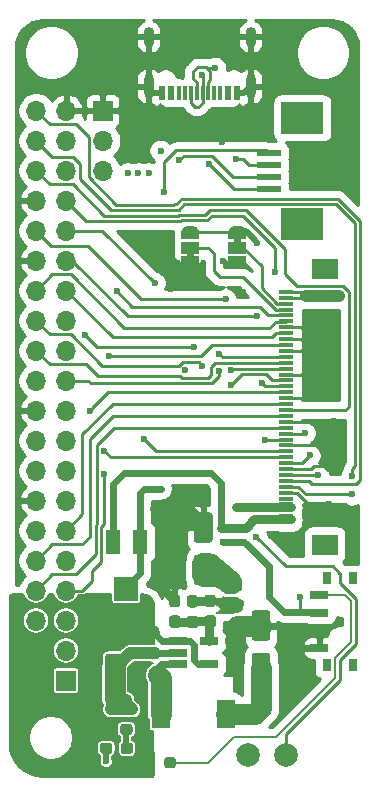
<source format=gbr>
G04 #@! TF.GenerationSoftware,KiCad,Pcbnew,5.1.9+dfsg1-1~bpo10+1*
G04 #@! TF.CreationDate,2021-04-22T21:33:44+00:00*
G04 #@! TF.ProjectId,rgb_lcd_pihat,7267625f-6c63-4645-9f70-696861742e6b,rev?*
G04 #@! TF.SameCoordinates,Original*
G04 #@! TF.FileFunction,Copper,L1,Top*
G04 #@! TF.FilePolarity,Positive*
%FSLAX46Y46*%
G04 Gerber Fmt 4.6, Leading zero omitted, Abs format (unit mm)*
G04 Created by KiCad (PCBNEW 5.1.9+dfsg1-1~bpo10+1) date 2021-04-22 21:33:44*
%MOMM*%
%LPD*%
G01*
G04 APERTURE LIST*
G04 #@! TA.AperFunction,EtchedComponent*
%ADD10C,0.100000*%
G04 #@! TD*
G04 #@! TA.AperFunction,ComponentPad*
%ADD11C,2.000000*%
G04 #@! TD*
G04 #@! TA.AperFunction,SMDPad,CuDef*
%ADD12C,0.100000*%
G04 #@! TD*
G04 #@! TA.AperFunction,SMDPad,CuDef*
%ADD13R,1.500000X1.000000*%
G04 #@! TD*
G04 #@! TA.AperFunction,SMDPad,CuDef*
%ADD14R,0.600000X1.160000*%
G04 #@! TD*
G04 #@! TA.AperFunction,SMDPad,CuDef*
%ADD15R,0.300000X1.160000*%
G04 #@! TD*
G04 #@! TA.AperFunction,ComponentPad*
%ADD16O,0.900000X1.700000*%
G04 #@! TD*
G04 #@! TA.AperFunction,ComponentPad*
%ADD17O,0.900000X2.000000*%
G04 #@! TD*
G04 #@! TA.AperFunction,ComponentPad*
%ADD18R,1.700000X1.700000*%
G04 #@! TD*
G04 #@! TA.AperFunction,ComponentPad*
%ADD19O,1.700000X1.700000*%
G04 #@! TD*
G04 #@! TA.AperFunction,SMDPad,CuDef*
%ADD20R,1.500000X2.400000*%
G04 #@! TD*
G04 #@! TA.AperFunction,SMDPad,CuDef*
%ADD21R,2.000000X0.610000*%
G04 #@! TD*
G04 #@! TA.AperFunction,SMDPad,CuDef*
%ADD22R,3.600000X2.680000*%
G04 #@! TD*
G04 #@! TA.AperFunction,SMDPad,CuDef*
%ADD23R,2.200000X1.800000*%
G04 #@! TD*
G04 #@! TA.AperFunction,SMDPad,CuDef*
%ADD24R,1.300000X0.300000*%
G04 #@! TD*
G04 #@! TA.AperFunction,SMDPad,CuDef*
%ADD25R,1.300000X2.000000*%
G04 #@! TD*
G04 #@! TA.AperFunction,SMDPad,CuDef*
%ADD26R,2.000000X2.000000*%
G04 #@! TD*
G04 #@! TA.AperFunction,SMDPad,CuDef*
%ADD27R,1.500000X0.700000*%
G04 #@! TD*
G04 #@! TA.AperFunction,SMDPad,CuDef*
%ADD28R,0.800000X1.000000*%
G04 #@! TD*
G04 #@! TA.AperFunction,SMDPad,CuDef*
%ADD29R,1.560000X0.650000*%
G04 #@! TD*
G04 #@! TA.AperFunction,ViaPad*
%ADD30C,0.600000*%
G04 #@! TD*
G04 #@! TA.AperFunction,Conductor*
%ADD31C,1.000000*%
G04 #@! TD*
G04 #@! TA.AperFunction,Conductor*
%ADD32C,0.600000*%
G04 #@! TD*
G04 #@! TA.AperFunction,Conductor*
%ADD33C,0.500000*%
G04 #@! TD*
G04 #@! TA.AperFunction,Conductor*
%ADD34C,1.750000*%
G04 #@! TD*
G04 #@! TA.AperFunction,Conductor*
%ADD35C,1.500000*%
G04 #@! TD*
G04 #@! TA.AperFunction,Conductor*
%ADD36C,0.250000*%
G04 #@! TD*
G04 #@! TA.AperFunction,Conductor*
%ADD37C,0.750000*%
G04 #@! TD*
G04 #@! TA.AperFunction,Conductor*
%ADD38C,0.200000*%
G04 #@! TD*
G04 #@! TA.AperFunction,Conductor*
%ADD39C,0.127000*%
G04 #@! TD*
G04 #@! TA.AperFunction,Conductor*
%ADD40C,0.100000*%
G04 #@! TD*
G04 #@! TA.AperFunction,Conductor*
%ADD41C,0.254000*%
G04 #@! TD*
G04 APERTURE END LIST*
D10*
G36*
X59800000Y-54100000D02*
G01*
X59800000Y-54600000D01*
X59200000Y-54600000D01*
X59200000Y-54100000D01*
X59800000Y-54100000D01*
G37*
G36*
X55200000Y-55900000D02*
G01*
X55200000Y-55400000D01*
X55800000Y-55400000D01*
X55800000Y-55900000D01*
X55200000Y-55900000D01*
G37*
D11*
X63600000Y-98000000D03*
X60400000Y-98000000D03*
G04 #@! TA.AperFunction,SMDPad,CuDef*
G36*
G01*
X53312500Y-98837500D02*
X53312500Y-98362500D01*
G75*
G02*
X53550000Y-98125000I237500J0D01*
G01*
X54050000Y-98125000D01*
G75*
G02*
X54287500Y-98362500I0J-237500D01*
G01*
X54287500Y-98837500D01*
G75*
G02*
X54050000Y-99075000I-237500J0D01*
G01*
X53550000Y-99075000D01*
G75*
G02*
X53312500Y-98837500I0J237500D01*
G01*
G37*
G04 #@! TD.AperFunction*
G04 #@! TA.AperFunction,SMDPad,CuDef*
G36*
G01*
X51487500Y-98837500D02*
X51487500Y-98362500D01*
G75*
G02*
X51725000Y-98125000I237500J0D01*
G01*
X52225000Y-98125000D01*
G75*
G02*
X52462500Y-98362500I0J-237500D01*
G01*
X52462500Y-98837500D01*
G75*
G02*
X52225000Y-99075000I-237500J0D01*
G01*
X51725000Y-99075000D01*
G75*
G02*
X51487500Y-98837500I0J237500D01*
G01*
G37*
G04 #@! TD.AperFunction*
G04 #@! TA.AperFunction,SMDPad,CuDef*
D12*
G36*
X58750000Y-54250000D02*
G01*
X58750000Y-53700000D01*
X58750602Y-53700000D01*
X58750602Y-53675466D01*
X58755412Y-53626635D01*
X58764984Y-53578510D01*
X58779228Y-53531555D01*
X58798005Y-53486222D01*
X58821136Y-53442949D01*
X58848396Y-53402150D01*
X58879524Y-53364221D01*
X58914221Y-53329524D01*
X58952150Y-53298396D01*
X58992949Y-53271136D01*
X59036222Y-53248005D01*
X59081555Y-53229228D01*
X59128510Y-53214984D01*
X59176635Y-53205412D01*
X59225466Y-53200602D01*
X59250000Y-53200602D01*
X59250000Y-53200000D01*
X59750000Y-53200000D01*
X59750000Y-53200602D01*
X59774534Y-53200602D01*
X59823365Y-53205412D01*
X59871490Y-53214984D01*
X59918445Y-53229228D01*
X59963778Y-53248005D01*
X60007051Y-53271136D01*
X60047850Y-53298396D01*
X60085779Y-53329524D01*
X60120476Y-53364221D01*
X60151604Y-53402150D01*
X60178864Y-53442949D01*
X60201995Y-53486222D01*
X60220772Y-53531555D01*
X60235016Y-53578510D01*
X60244588Y-53626635D01*
X60249398Y-53675466D01*
X60249398Y-53700000D01*
X60250000Y-53700000D01*
X60250000Y-54250000D01*
X58750000Y-54250000D01*
G37*
G04 #@! TD.AperFunction*
D13*
X59500000Y-55000000D03*
G04 #@! TA.AperFunction,SMDPad,CuDef*
D12*
G36*
X60249398Y-56300000D02*
G01*
X60249398Y-56324534D01*
X60244588Y-56373365D01*
X60235016Y-56421490D01*
X60220772Y-56468445D01*
X60201995Y-56513778D01*
X60178864Y-56557051D01*
X60151604Y-56597850D01*
X60120476Y-56635779D01*
X60085779Y-56670476D01*
X60047850Y-56701604D01*
X60007051Y-56728864D01*
X59963778Y-56751995D01*
X59918445Y-56770772D01*
X59871490Y-56785016D01*
X59823365Y-56794588D01*
X59774534Y-56799398D01*
X59750000Y-56799398D01*
X59750000Y-56800000D01*
X59250000Y-56800000D01*
X59250000Y-56799398D01*
X59225466Y-56799398D01*
X59176635Y-56794588D01*
X59128510Y-56785016D01*
X59081555Y-56770772D01*
X59036222Y-56751995D01*
X58992949Y-56728864D01*
X58952150Y-56701604D01*
X58914221Y-56670476D01*
X58879524Y-56635779D01*
X58848396Y-56597850D01*
X58821136Y-56557051D01*
X58798005Y-56513778D01*
X58779228Y-56468445D01*
X58764984Y-56421490D01*
X58755412Y-56373365D01*
X58750602Y-56324534D01*
X58750602Y-56300000D01*
X58750000Y-56300000D01*
X58750000Y-55750000D01*
X60250000Y-55750000D01*
X60250000Y-56300000D01*
X60249398Y-56300000D01*
G37*
G04 #@! TD.AperFunction*
G04 #@! TA.AperFunction,SMDPad,CuDef*
G36*
X56250000Y-55750000D02*
G01*
X56250000Y-56300000D01*
X56249398Y-56300000D01*
X56249398Y-56324534D01*
X56244588Y-56373365D01*
X56235016Y-56421490D01*
X56220772Y-56468445D01*
X56201995Y-56513778D01*
X56178864Y-56557051D01*
X56151604Y-56597850D01*
X56120476Y-56635779D01*
X56085779Y-56670476D01*
X56047850Y-56701604D01*
X56007051Y-56728864D01*
X55963778Y-56751995D01*
X55918445Y-56770772D01*
X55871490Y-56785016D01*
X55823365Y-56794588D01*
X55774534Y-56799398D01*
X55750000Y-56799398D01*
X55750000Y-56800000D01*
X55250000Y-56800000D01*
X55250000Y-56799398D01*
X55225466Y-56799398D01*
X55176635Y-56794588D01*
X55128510Y-56785016D01*
X55081555Y-56770772D01*
X55036222Y-56751995D01*
X54992949Y-56728864D01*
X54952150Y-56701604D01*
X54914221Y-56670476D01*
X54879524Y-56635779D01*
X54848396Y-56597850D01*
X54821136Y-56557051D01*
X54798005Y-56513778D01*
X54779228Y-56468445D01*
X54764984Y-56421490D01*
X54755412Y-56373365D01*
X54750602Y-56324534D01*
X54750602Y-56300000D01*
X54750000Y-56300000D01*
X54750000Y-55750000D01*
X56250000Y-55750000D01*
G37*
G04 #@! TD.AperFunction*
D13*
X55500000Y-55000000D03*
G04 #@! TA.AperFunction,SMDPad,CuDef*
D12*
G36*
X54750602Y-53700000D02*
G01*
X54750602Y-53675466D01*
X54755412Y-53626635D01*
X54764984Y-53578510D01*
X54779228Y-53531555D01*
X54798005Y-53486222D01*
X54821136Y-53442949D01*
X54848396Y-53402150D01*
X54879524Y-53364221D01*
X54914221Y-53329524D01*
X54952150Y-53298396D01*
X54992949Y-53271136D01*
X55036222Y-53248005D01*
X55081555Y-53229228D01*
X55128510Y-53214984D01*
X55176635Y-53205412D01*
X55225466Y-53200602D01*
X55250000Y-53200602D01*
X55250000Y-53200000D01*
X55750000Y-53200000D01*
X55750000Y-53200602D01*
X55774534Y-53200602D01*
X55823365Y-53205412D01*
X55871490Y-53214984D01*
X55918445Y-53229228D01*
X55963778Y-53248005D01*
X56007051Y-53271136D01*
X56047850Y-53298396D01*
X56085779Y-53329524D01*
X56120476Y-53364221D01*
X56151604Y-53402150D01*
X56178864Y-53442949D01*
X56201995Y-53486222D01*
X56220772Y-53531555D01*
X56235016Y-53578510D01*
X56244588Y-53626635D01*
X56249398Y-53675466D01*
X56249398Y-53700000D01*
X56250000Y-53700000D01*
X56250000Y-54250000D01*
X54750000Y-54250000D01*
X54750000Y-53700000D01*
X54750602Y-53700000D01*
G37*
G04 #@! TD.AperFunction*
D14*
X53100000Y-41910000D03*
X53900000Y-41910000D03*
X53100000Y-41910000D03*
X53900000Y-41910000D03*
X59500000Y-41910000D03*
X59500000Y-41910000D03*
X58700000Y-41910000D03*
X58700000Y-41910000D03*
D15*
X54550000Y-41910000D03*
X55550000Y-41910000D03*
X55050000Y-41910000D03*
X57550000Y-41910000D03*
X58050000Y-41910000D03*
X56050000Y-41910000D03*
X56550000Y-41910000D03*
X57050000Y-41910000D03*
D16*
X51980000Y-37160000D03*
X60620000Y-37160000D03*
D17*
X51980000Y-41330000D03*
X60620000Y-41330000D03*
G04 #@! TA.AperFunction,SMDPad,CuDef*
G36*
G01*
X62050000Y-88300000D02*
X60950000Y-88300000D01*
G75*
G02*
X60700000Y-88050000I0J250000D01*
G01*
X60700000Y-85950000D01*
G75*
G02*
X60950000Y-85700000I250000J0D01*
G01*
X62050000Y-85700000D01*
G75*
G02*
X62300000Y-85950000I0J-250000D01*
G01*
X62300000Y-88050000D01*
G75*
G02*
X62050000Y-88300000I-250000J0D01*
G01*
G37*
G04 #@! TD.AperFunction*
G04 #@! TA.AperFunction,SMDPad,CuDef*
G36*
G01*
X62050000Y-91900000D02*
X60950000Y-91900000D01*
G75*
G02*
X60700000Y-91650000I0J250000D01*
G01*
X60700000Y-89550000D01*
G75*
G02*
X60950000Y-89300000I250000J0D01*
G01*
X62050000Y-89300000D01*
G75*
G02*
X62300000Y-89550000I0J-250000D01*
G01*
X62300000Y-91650000D01*
G75*
G02*
X62050000Y-91900000I-250000J0D01*
G01*
G37*
G04 #@! TD.AperFunction*
D18*
X45000000Y-91660000D03*
D19*
X42460000Y-91660000D03*
X45000000Y-89120000D03*
X42460000Y-89120000D03*
X45000000Y-86580000D03*
X42460000Y-86580000D03*
X45000000Y-84040000D03*
X42460000Y-84040000D03*
X45000000Y-81500000D03*
X42460000Y-81500000D03*
X45000000Y-78960000D03*
X42460000Y-78960000D03*
X45000000Y-76420000D03*
X42460000Y-76420000D03*
X45000000Y-73880000D03*
X42460000Y-73880000D03*
X45000000Y-71340000D03*
X42460000Y-71340000D03*
X45000000Y-68800000D03*
X42460000Y-68800000D03*
X45000000Y-66260000D03*
X42460000Y-66260000D03*
X45000000Y-63720000D03*
X42460000Y-63720000D03*
X45000000Y-61180000D03*
X42460000Y-61180000D03*
X45000000Y-58640000D03*
X42460000Y-58640000D03*
X45000000Y-56100000D03*
X42460000Y-56100000D03*
X45000000Y-53560000D03*
X42460000Y-53560000D03*
X45000000Y-51020000D03*
X42460000Y-51020000D03*
X45000000Y-48480000D03*
X42460000Y-48480000D03*
X45000000Y-45940000D03*
X42460000Y-45940000D03*
X45000000Y-43400000D03*
X42460000Y-43400000D03*
G04 #@! TA.AperFunction,SMDPad,CuDef*
G36*
G01*
X52166500Y-87072000D02*
X52641500Y-87072000D01*
G75*
G02*
X52879000Y-87309500I0J-237500D01*
G01*
X52879000Y-87884500D01*
G75*
G02*
X52641500Y-88122000I-237500J0D01*
G01*
X52166500Y-88122000D01*
G75*
G02*
X51929000Y-87884500I0J237500D01*
G01*
X51929000Y-87309500D01*
G75*
G02*
X52166500Y-87072000I237500J0D01*
G01*
G37*
G04 #@! TD.AperFunction*
G04 #@! TA.AperFunction,SMDPad,CuDef*
G36*
G01*
X52166500Y-88822000D02*
X52641500Y-88822000D01*
G75*
G02*
X52879000Y-89059500I0J-237500D01*
G01*
X52879000Y-89634500D01*
G75*
G02*
X52641500Y-89872000I-237500J0D01*
G01*
X52166500Y-89872000D01*
G75*
G02*
X51929000Y-89634500I0J237500D01*
G01*
X51929000Y-89059500D01*
G75*
G02*
X52166500Y-88822000I237500J0D01*
G01*
G37*
G04 #@! TD.AperFunction*
G04 #@! TA.AperFunction,SMDPad,CuDef*
G36*
G01*
X50625000Y-95562500D02*
X50625000Y-96037500D01*
G75*
G02*
X50387500Y-96275000I-237500J0D01*
G01*
X49812500Y-96275000D01*
G75*
G02*
X49575000Y-96037500I0J237500D01*
G01*
X49575000Y-95562500D01*
G75*
G02*
X49812500Y-95325000I237500J0D01*
G01*
X50387500Y-95325000D01*
G75*
G02*
X50625000Y-95562500I0J-237500D01*
G01*
G37*
G04 #@! TD.AperFunction*
G04 #@! TA.AperFunction,SMDPad,CuDef*
G36*
G01*
X48875000Y-95562500D02*
X48875000Y-96037500D01*
G75*
G02*
X48637500Y-96275000I-237500J0D01*
G01*
X48062500Y-96275000D01*
G75*
G02*
X47825000Y-96037500I0J237500D01*
G01*
X47825000Y-95562500D01*
G75*
G02*
X48062500Y-95325000I237500J0D01*
G01*
X48637500Y-95325000D01*
G75*
G02*
X48875000Y-95562500I0J-237500D01*
G01*
G37*
G04 #@! TD.AperFunction*
G04 #@! TA.AperFunction,SMDPad,CuDef*
G36*
G01*
X48552000Y-85775000D02*
X49652000Y-85775000D01*
G75*
G02*
X49902000Y-86025000I0J-250000D01*
G01*
X49902000Y-88125000D01*
G75*
G02*
X49652000Y-88375000I-250000J0D01*
G01*
X48552000Y-88375000D01*
G75*
G02*
X48302000Y-88125000I0J250000D01*
G01*
X48302000Y-86025000D01*
G75*
G02*
X48552000Y-85775000I250000J0D01*
G01*
G37*
G04 #@! TD.AperFunction*
G04 #@! TA.AperFunction,SMDPad,CuDef*
G36*
G01*
X48552000Y-89375000D02*
X49652000Y-89375000D01*
G75*
G02*
X49902000Y-89625000I0J-250000D01*
G01*
X49902000Y-91725000D01*
G75*
G02*
X49652000Y-91975000I-250000J0D01*
G01*
X48552000Y-91975000D01*
G75*
G02*
X48302000Y-91725000I0J250000D01*
G01*
X48302000Y-89625000D01*
G75*
G02*
X48552000Y-89375000I250000J0D01*
G01*
G37*
G04 #@! TD.AperFunction*
G04 #@! TA.AperFunction,SMDPad,CuDef*
G36*
G01*
X47875000Y-97637500D02*
X47875000Y-97162500D01*
G75*
G02*
X48112500Y-96925000I237500J0D01*
G01*
X48687500Y-96925000D01*
G75*
G02*
X48925000Y-97162500I0J-237500D01*
G01*
X48925000Y-97637500D01*
G75*
G02*
X48687500Y-97875000I-237500J0D01*
G01*
X48112500Y-97875000D01*
G75*
G02*
X47875000Y-97637500I0J237500D01*
G01*
G37*
G04 #@! TD.AperFunction*
G04 #@! TA.AperFunction,SMDPad,CuDef*
G36*
G01*
X49625000Y-97637500D02*
X49625000Y-97162500D01*
G75*
G02*
X49862500Y-96925000I237500J0D01*
G01*
X50437500Y-96925000D01*
G75*
G02*
X50675000Y-97162500I0J-237500D01*
G01*
X50675000Y-97637500D01*
G75*
G02*
X50437500Y-97875000I-237500J0D01*
G01*
X49862500Y-97875000D01*
G75*
G02*
X49625000Y-97637500I0J237500D01*
G01*
G37*
G04 #@! TD.AperFunction*
X48100000Y-48500000D03*
X48100000Y-45960000D03*
D18*
X48100000Y-43420000D03*
D20*
X58500000Y-94500000D03*
X53000000Y-94500000D03*
G04 #@! TA.AperFunction,SMDPad,CuDef*
G36*
G01*
X57150000Y-83600000D02*
X56050000Y-83600000D01*
G75*
G02*
X55800000Y-83350000I0J250000D01*
G01*
X55800000Y-81250000D01*
G75*
G02*
X56050000Y-81000000I250000J0D01*
G01*
X57150000Y-81000000D01*
G75*
G02*
X57400000Y-81250000I0J-250000D01*
G01*
X57400000Y-83350000D01*
G75*
G02*
X57150000Y-83600000I-250000J0D01*
G01*
G37*
G04 #@! TD.AperFunction*
G04 #@! TA.AperFunction,SMDPad,CuDef*
G36*
G01*
X57150000Y-80000000D02*
X56050000Y-80000000D01*
G75*
G02*
X55800000Y-79750000I0J250000D01*
G01*
X55800000Y-77650000D01*
G75*
G02*
X56050000Y-77400000I250000J0D01*
G01*
X57150000Y-77400000D01*
G75*
G02*
X57400000Y-77650000I0J-250000D01*
G01*
X57400000Y-79750000D01*
G75*
G02*
X57150000Y-80000000I-250000J0D01*
G01*
G37*
G04 #@! TD.AperFunction*
G04 #@! TA.AperFunction,SMDPad,CuDef*
G36*
G01*
X56962500Y-84375000D02*
X57437500Y-84375000D01*
G75*
G02*
X57675000Y-84612500I0J-237500D01*
G01*
X57675000Y-85187500D01*
G75*
G02*
X57437500Y-85425000I-237500J0D01*
G01*
X56962500Y-85425000D01*
G75*
G02*
X56725000Y-85187500I0J237500D01*
G01*
X56725000Y-84612500D01*
G75*
G02*
X56962500Y-84375000I237500J0D01*
G01*
G37*
G04 #@! TD.AperFunction*
G04 #@! TA.AperFunction,SMDPad,CuDef*
G36*
G01*
X56962500Y-86125000D02*
X57437500Y-86125000D01*
G75*
G02*
X57675000Y-86362500I0J-237500D01*
G01*
X57675000Y-86937500D01*
G75*
G02*
X57437500Y-87175000I-237500J0D01*
G01*
X56962500Y-87175000D01*
G75*
G02*
X56725000Y-86937500I0J237500D01*
G01*
X56725000Y-86362500D01*
G75*
G02*
X56962500Y-86125000I237500J0D01*
G01*
G37*
G04 #@! TD.AperFunction*
D21*
X62200000Y-50010000D03*
X62200000Y-49010000D03*
X62200000Y-48010000D03*
X62200000Y-47010000D03*
D22*
X65000000Y-53000000D03*
X65000000Y-44020000D03*
D23*
X66900000Y-56850000D03*
X66900000Y-80150000D03*
D24*
X63650000Y-78250000D03*
X63650000Y-77750000D03*
X63650000Y-77250000D03*
X63650000Y-76750000D03*
X63650000Y-76250000D03*
X63650000Y-75750000D03*
X63650000Y-75250000D03*
X63650000Y-74750000D03*
X63650000Y-74250000D03*
X63650000Y-73750000D03*
X63650000Y-73250000D03*
X63650000Y-72750000D03*
X63650000Y-72250000D03*
X63650000Y-71750000D03*
X63650000Y-71250000D03*
X63650000Y-70750000D03*
X63650000Y-70250000D03*
X63650000Y-69750000D03*
X63650000Y-69250000D03*
X63650000Y-68750000D03*
X63650000Y-68250000D03*
X63650000Y-67750000D03*
X63650000Y-67250000D03*
X63650000Y-66750000D03*
X63650000Y-66250000D03*
X63650000Y-65750000D03*
X63650000Y-65250000D03*
X63650000Y-64750000D03*
X63650000Y-64250000D03*
X63650000Y-63750000D03*
X63650000Y-63250000D03*
X63650000Y-62750000D03*
X63650000Y-62250000D03*
X63650000Y-61750000D03*
X63650000Y-61250000D03*
X63650000Y-60750000D03*
X63650000Y-60250000D03*
X63650000Y-59750000D03*
X63650000Y-59250000D03*
X63650000Y-58750000D03*
G04 #@! TA.AperFunction,SMDPad,CuDef*
G36*
G01*
X55937500Y-87225000D02*
X55462500Y-87225000D01*
G75*
G02*
X55225000Y-86987500I0J237500D01*
G01*
X55225000Y-86412500D01*
G75*
G02*
X55462500Y-86175000I237500J0D01*
G01*
X55937500Y-86175000D01*
G75*
G02*
X56175000Y-86412500I0J-237500D01*
G01*
X56175000Y-86987500D01*
G75*
G02*
X55937500Y-87225000I-237500J0D01*
G01*
G37*
G04 #@! TD.AperFunction*
G04 #@! TA.AperFunction,SMDPad,CuDef*
G36*
G01*
X55937500Y-85475000D02*
X55462500Y-85475000D01*
G75*
G02*
X55225000Y-85237500I0J237500D01*
G01*
X55225000Y-84662500D01*
G75*
G02*
X55462500Y-84425000I237500J0D01*
G01*
X55937500Y-84425000D01*
G75*
G02*
X56175000Y-84662500I0J-237500D01*
G01*
X56175000Y-85237500D01*
G75*
G02*
X55937500Y-85475000I-237500J0D01*
G01*
G37*
G04 #@! TD.AperFunction*
G04 #@! TA.AperFunction,SMDPad,CuDef*
G36*
G01*
X53962500Y-86150000D02*
X54437500Y-86150000D01*
G75*
G02*
X54675000Y-86387500I0J-237500D01*
G01*
X54675000Y-86962500D01*
G75*
G02*
X54437500Y-87200000I-237500J0D01*
G01*
X53962500Y-87200000D01*
G75*
G02*
X53725000Y-86962500I0J237500D01*
G01*
X53725000Y-86387500D01*
G75*
G02*
X53962500Y-86150000I237500J0D01*
G01*
G37*
G04 #@! TD.AperFunction*
G04 #@! TA.AperFunction,SMDPad,CuDef*
G36*
G01*
X53962500Y-84400000D02*
X54437500Y-84400000D01*
G75*
G02*
X54675000Y-84637500I0J-237500D01*
G01*
X54675000Y-85212500D01*
G75*
G02*
X54437500Y-85450000I-237500J0D01*
G01*
X53962500Y-85450000D01*
G75*
G02*
X53725000Y-85212500I0J237500D01*
G01*
X53725000Y-84637500D01*
G75*
G02*
X53962500Y-84400000I237500J0D01*
G01*
G37*
G04 #@! TD.AperFunction*
D25*
X48950000Y-79900000D03*
D26*
X50100000Y-83900000D03*
D25*
X51250000Y-79900000D03*
D27*
X66450000Y-88900000D03*
X66450000Y-85900000D03*
X66450000Y-84400000D03*
D28*
X69310000Y-90300000D03*
X69310000Y-83000000D03*
X67100000Y-83000000D03*
X67100000Y-90300000D03*
D29*
X54436000Y-88350000D03*
X54436000Y-89300000D03*
X54436000Y-90250000D03*
X57136000Y-90250000D03*
X57136000Y-88350000D03*
D30*
X64600000Y-80600000D03*
X48400000Y-98500000D03*
X49200000Y-93300000D03*
X48800000Y-94100000D03*
X49700000Y-94100000D03*
X50100000Y-93300000D03*
X50600000Y-94100000D03*
X59500000Y-87000000D03*
X59500000Y-87900000D03*
X59500000Y-88800000D03*
X58700000Y-88300000D03*
X58700000Y-87400000D03*
X54700000Y-77100000D03*
X53800000Y-77100000D03*
X52900000Y-77100000D03*
X67700000Y-73800000D03*
X67700000Y-71700000D03*
X67700000Y-69700000D03*
X67700000Y-67700000D03*
X67700000Y-65700000D03*
X67700000Y-63800000D03*
X67700000Y-62700000D03*
X67700000Y-61700000D03*
X58194416Y-46049989D03*
X67300000Y-76700000D03*
X53900000Y-58500000D03*
X53000000Y-83500000D03*
X56100000Y-57800000D03*
X58300000Y-56100000D03*
X60000000Y-58800000D03*
X51200000Y-47400000D03*
X53400000Y-54500000D03*
X53375000Y-55225000D03*
X54000000Y-54900000D03*
X48300000Y-95700000D03*
X51500000Y-98600000D03*
X52200000Y-86600000D03*
X52000000Y-85900000D03*
X51450002Y-86500000D03*
X52000000Y-85100000D03*
X50200000Y-48700000D03*
X51100000Y-48700000D03*
X52000000Y-48700000D03*
X58700000Y-82500000D03*
X59300000Y-82900000D03*
X58700000Y-83300000D03*
X59500000Y-83700000D03*
X58700000Y-84100000D03*
X47500000Y-88900000D03*
X46900000Y-89300000D03*
X47500000Y-89700000D03*
X46900000Y-90100000D03*
X47500000Y-90500000D03*
X59400000Y-77000000D03*
X60200000Y-77000000D03*
X61000000Y-77000000D03*
X61100000Y-79500000D03*
X61000000Y-93400000D03*
X61000000Y-92600000D03*
X61800000Y-93000000D03*
X61000000Y-94200000D03*
X61800000Y-93800000D03*
X68100000Y-59100000D03*
X67200000Y-59100000D03*
X66300000Y-59100000D03*
X65400000Y-59100000D03*
X58500000Y-85700000D03*
X59000000Y-85100000D03*
X59800000Y-85100000D03*
X61200000Y-54599990D03*
X49300000Y-58700000D03*
X48600000Y-64200000D03*
X47000002Y-68800000D03*
X48225010Y-74168825D03*
X66354564Y-74224981D03*
X65617887Y-72600000D03*
X48225010Y-72200000D03*
X57977982Y-65424979D03*
X57976151Y-63976169D03*
X51600000Y-71200000D03*
X56531617Y-65004350D03*
X58977681Y-65400009D03*
X61200000Y-60800000D03*
X61600000Y-66500000D03*
X52500000Y-57999988D03*
X59000000Y-66600000D03*
X58500000Y-59374990D03*
X61849998Y-71250000D03*
X62700000Y-57100000D03*
X65200000Y-70700000D03*
X69200000Y-74300000D03*
X69200000Y-75900000D03*
X57100000Y-47900000D03*
X53300000Y-50300000D03*
X58100000Y-78700000D03*
X59000000Y-78700000D03*
X59900000Y-78700000D03*
X53000000Y-75400000D03*
X56500000Y-40400000D03*
X57600000Y-39800000D03*
X46600000Y-62400000D03*
X55800000Y-63400000D03*
X59400000Y-47500000D03*
X54600000Y-47600000D03*
X53000000Y-46800000D03*
X58300000Y-79900000D03*
X64800000Y-84600000D03*
X55100000Y-65400000D03*
D31*
X50430000Y-89347000D02*
X49102000Y-90675000D01*
X52404000Y-89347000D02*
X50430000Y-89347000D01*
D32*
X52451000Y-89300000D02*
X52404000Y-89347000D01*
X54436000Y-89300000D02*
X52451000Y-89300000D01*
D33*
X48400000Y-97400000D02*
X48400000Y-98500000D01*
D34*
X49102000Y-90675000D02*
X49102000Y-93202000D01*
X49102000Y-93202000D02*
X49200000Y-93300000D01*
D31*
X49200000Y-93300000D02*
X50100000Y-93300000D01*
X50100000Y-93600000D02*
X50600000Y-94100000D01*
X50100000Y-93300000D02*
X50100000Y-93600000D01*
X49700000Y-94100000D02*
X50600000Y-94100000D01*
X48800000Y-94100000D02*
X49700000Y-94100000D01*
D34*
X61500000Y-87000000D02*
X59500000Y-87000000D01*
D32*
X63200000Y-87000000D02*
X61500000Y-87000000D01*
X66450000Y-88900000D02*
X65100000Y-88900000D01*
X65100000Y-88900000D02*
X63200000Y-87000000D01*
D35*
X55000000Y-77100000D02*
X56600000Y-78700000D01*
X54700000Y-77100000D02*
X55000000Y-77100000D01*
X54700000Y-77100000D02*
X52900000Y-77100000D01*
D36*
X63650000Y-71750000D02*
X67650000Y-71750000D01*
X67650000Y-71750000D02*
X67700000Y-71700000D01*
X63650000Y-69750000D02*
X67650000Y-69750000D01*
X67650000Y-69750000D02*
X67700000Y-69700000D01*
X63650000Y-67750000D02*
X67650000Y-67750000D01*
X67650000Y-67750000D02*
X67700000Y-67700000D01*
X63650000Y-65750000D02*
X67650000Y-65750000D01*
X67650000Y-65750000D02*
X67700000Y-65700000D01*
X63650000Y-63750000D02*
X67650000Y-63750000D01*
X67650000Y-63750000D02*
X67700000Y-63800000D01*
X63650000Y-62750000D02*
X67650000Y-62750000D01*
X67650000Y-62750000D02*
X67700000Y-62700000D01*
X63650000Y-61750000D02*
X67650000Y-61750000D01*
X67650000Y-61750000D02*
X67700000Y-61700000D01*
X67134315Y-73800000D02*
X67700000Y-73800000D01*
X65756543Y-73750000D02*
X66006563Y-73499980D01*
X65410012Y-76625010D02*
X67225010Y-76625010D01*
X66834295Y-73499980D02*
X67134315Y-73800000D01*
X66006563Y-73499980D02*
X66834295Y-73499980D01*
X63650000Y-75750000D02*
X64535002Y-75750000D01*
X63650000Y-73750000D02*
X65756543Y-73750000D01*
X64535002Y-75750000D02*
X65410012Y-76625010D01*
D33*
X53100000Y-41910000D02*
X52300000Y-41910000D01*
X51980000Y-41590000D02*
X51980000Y-41330000D01*
X52300000Y-41910000D02*
X51980000Y-41590000D01*
D36*
X67225010Y-76625010D02*
X67300000Y-76700000D01*
D37*
X53000000Y-83725000D02*
X53000000Y-83500000D01*
X54200000Y-84925000D02*
X53000000Y-83725000D01*
D36*
X55500000Y-57200000D02*
X56100000Y-57800000D01*
X55500000Y-56300000D02*
X55500000Y-57200000D01*
X58500000Y-56300000D02*
X58300000Y-56100000D01*
X59500000Y-56300000D02*
X58500000Y-56300000D01*
D33*
X60040000Y-41910000D02*
X60620000Y-41330000D01*
X59500000Y-41910000D02*
X60040000Y-41910000D01*
D36*
X53400000Y-55200000D02*
X53375000Y-55225000D01*
X53400000Y-54500000D02*
X53400000Y-55200000D01*
D31*
X49624000Y-87597000D02*
X49102000Y-87075000D01*
X52404000Y-87597000D02*
X49624000Y-87597000D01*
D32*
X53157000Y-88350000D02*
X52404000Y-87597000D01*
X54436000Y-88350000D02*
X53157000Y-88350000D01*
X55491002Y-88350000D02*
X55800000Y-88658998D01*
X54436000Y-88350000D02*
X55491002Y-88350000D01*
X55800000Y-88658998D02*
X55800000Y-89900000D01*
X56150000Y-90250000D02*
X57136000Y-90250000D01*
X55800000Y-89900000D02*
X56150000Y-90250000D01*
D37*
X64000000Y-77000000D02*
X59400000Y-77000000D01*
D36*
X63650000Y-76750000D02*
X61250000Y-76750000D01*
X61250000Y-76750000D02*
X61000000Y-77000000D01*
X63650000Y-77250000D02*
X61250000Y-77250000D01*
X61250000Y-77250000D02*
X61000000Y-77000000D01*
X63600000Y-97600000D02*
X63200000Y-98000000D01*
X68225011Y-91576043D02*
X63600000Y-96201054D01*
X68225011Y-89899987D02*
X68225011Y-91576043D01*
X63600000Y-96201054D02*
X63600000Y-97600000D01*
X69585011Y-84783957D02*
X69585011Y-88539987D01*
X69585011Y-88539987D02*
X68225011Y-89899987D01*
X68200000Y-83398946D02*
X69585011Y-84783957D01*
X68200000Y-82614998D02*
X68200000Y-83398946D01*
X63600000Y-82000000D02*
X67585002Y-82000000D01*
X67585002Y-82000000D02*
X68200000Y-82614998D01*
X61100000Y-79500000D02*
X63600000Y-82000000D01*
D34*
X61000000Y-94500000D02*
X58500000Y-94500000D01*
X61500000Y-94000000D02*
X61000000Y-94500000D01*
X61500000Y-90600000D02*
X61500000Y-94000000D01*
D37*
X55750000Y-84900000D02*
X55700000Y-84950000D01*
X57200000Y-84900000D02*
X55750000Y-84900000D01*
D32*
X57200000Y-84900000D02*
X57800000Y-84900000D01*
D36*
X63650000Y-59250000D02*
X65150000Y-59250000D01*
X65150000Y-59250000D02*
X65300000Y-59100000D01*
X64950000Y-58750000D02*
X63650000Y-58750000D01*
X65300000Y-59100000D02*
X64950000Y-58750000D01*
D31*
X65300000Y-59100000D02*
X68100000Y-59100000D01*
D33*
X57800000Y-84900000D02*
X57800000Y-85000000D01*
X57800000Y-85000000D02*
X58500000Y-85700000D01*
X58500000Y-85700000D02*
X58500000Y-85600000D01*
X58500000Y-85600000D02*
X59000000Y-85100000D01*
X58500000Y-85700000D02*
X59200000Y-85700000D01*
X59200000Y-85700000D02*
X59800000Y-85100000D01*
X57900000Y-85100000D02*
X59800000Y-85100000D01*
X57800000Y-85000000D02*
X57900000Y-85100000D01*
X58234315Y-84900000D02*
X57800000Y-84900000D01*
X58434315Y-85100000D02*
X58234315Y-84900000D01*
X59000000Y-85100000D02*
X58434315Y-85100000D01*
X59400000Y-53600000D02*
X60200010Y-53600000D01*
X60200010Y-53600000D02*
X60900001Y-54299991D01*
X60900001Y-54299991D02*
X61200000Y-54599990D01*
D36*
X59500000Y-53700000D02*
X55500000Y-53700000D01*
D37*
X55750000Y-86650000D02*
X55700000Y-86700000D01*
X57200000Y-86650000D02*
X55750000Y-86650000D01*
X54225000Y-86700000D02*
X54200000Y-86675000D01*
X55700000Y-86700000D02*
X54225000Y-86700000D01*
X57136000Y-86714000D02*
X57200000Y-86650000D01*
X57136000Y-88350000D02*
X57136000Y-86714000D01*
D33*
X50100000Y-97350000D02*
X50150000Y-97400000D01*
X50100000Y-95800000D02*
X50100000Y-97350000D01*
D36*
X50600000Y-60000000D02*
X49300000Y-58700000D01*
X62125001Y-60725001D02*
X61400000Y-60000000D01*
X61400000Y-60000000D02*
X50600000Y-60000000D01*
X63650000Y-60750000D02*
X63625001Y-60725001D01*
X63625001Y-60725001D02*
X62125001Y-60725001D01*
X56400000Y-64200000D02*
X48600000Y-64200000D01*
X57350000Y-63250000D02*
X56400000Y-64200000D01*
X63650000Y-63250000D02*
X57350000Y-63250000D01*
X47974999Y-78639999D02*
X48225010Y-78389988D01*
X47974999Y-81592501D02*
X47974999Y-78639999D01*
X47200000Y-82367500D02*
X47974999Y-81592501D01*
X47200000Y-83200000D02*
X47200000Y-82367500D01*
X48225010Y-78389988D02*
X48225010Y-74168825D01*
X46360000Y-84040000D02*
X47200000Y-83200000D01*
X45000000Y-84040000D02*
X46360000Y-84040000D01*
X47300001Y-68500001D02*
X47000002Y-68800000D01*
X48550002Y-67250000D02*
X47300001Y-68500001D01*
X63350000Y-67250000D02*
X48550002Y-67250000D01*
X49024998Y-70250000D02*
X63650000Y-70250000D01*
X47600000Y-71674998D02*
X49024998Y-70250000D01*
X47600000Y-78378587D02*
X47600000Y-71674998D01*
X47524988Y-78453599D02*
X47600000Y-78378587D01*
X45823589Y-82675001D02*
X47524988Y-80973602D01*
X47524988Y-80973602D02*
X47524988Y-78453599D01*
X43824999Y-82675001D02*
X45823589Y-82675001D01*
X42460000Y-84040000D02*
X43824999Y-82675001D01*
X47000000Y-79500000D02*
X47000000Y-71200000D01*
X46364999Y-80135001D02*
X47000000Y-79500000D01*
X47000000Y-71200000D02*
X48950000Y-69250000D01*
X43824999Y-80135001D02*
X46364999Y-80135001D01*
X48950000Y-69250000D02*
X63650000Y-69250000D01*
X42460000Y-81500000D02*
X43824999Y-80135001D01*
X46374977Y-77585023D02*
X45000000Y-78960000D01*
X46374977Y-70825023D02*
X46374977Y-77585023D01*
X48950000Y-68250000D02*
X46374977Y-70825023D01*
X63650000Y-68250000D02*
X48950000Y-68250000D01*
X63650000Y-74250000D02*
X66329545Y-74250000D01*
X66329545Y-74250000D02*
X66354564Y-74224981D01*
X63650000Y-73250000D02*
X64967887Y-73250000D01*
X64967887Y-73250000D02*
X65617887Y-72600000D01*
X48775010Y-72750000D02*
X48225010Y-72200000D01*
X63650000Y-72750000D02*
X48775010Y-72750000D01*
X63650000Y-64250000D02*
X58249982Y-64250000D01*
X58249982Y-64250000D02*
X57976151Y-63976169D01*
X46860000Y-66260000D02*
X47074904Y-66474904D01*
X57352213Y-66475012D02*
X57977982Y-65849243D01*
X47074904Y-66474904D02*
X54613491Y-66474904D01*
X54613491Y-66474904D02*
X54613599Y-66475012D01*
X54613599Y-66475012D02*
X57352213Y-66475012D01*
X57977982Y-65849243D02*
X57977982Y-65424979D01*
X45000000Y-66260000D02*
X46860000Y-66260000D01*
X63650000Y-72250000D02*
X52650000Y-72250000D01*
X52650000Y-72250000D02*
X51600000Y-71200000D01*
X57579959Y-64750000D02*
X63650000Y-64750000D01*
X57252981Y-65747019D02*
X57252981Y-65076978D01*
X54799999Y-66025001D02*
X56974999Y-66025001D01*
X57252981Y-65076978D02*
X57579959Y-64750000D01*
X46695001Y-64895001D02*
X47700000Y-65900000D01*
X54674998Y-65900000D02*
X54799999Y-66025001D01*
X43635001Y-64895001D02*
X46695001Y-64895001D01*
X42460000Y-63720000D02*
X43635001Y-64895001D01*
X47700000Y-65900000D02*
X54674998Y-65900000D01*
X56974999Y-66025001D02*
X57252981Y-65747019D01*
X59127690Y-65250000D02*
X58977681Y-65400009D01*
X63650000Y-65250000D02*
X59127690Y-65250000D01*
X43635001Y-62355001D02*
X45374003Y-62355001D01*
X45374003Y-62355001D02*
X48023352Y-65004350D01*
X56231618Y-64704351D02*
X56531617Y-65004350D01*
X48023352Y-65004350D02*
X54570648Y-65004350D01*
X54570648Y-65004350D02*
X54870647Y-64704351D01*
X42460000Y-61180000D02*
X43635001Y-62355001D01*
X54870647Y-64704351D02*
X56231618Y-64704351D01*
X62750000Y-62250000D02*
X63650000Y-62250000D01*
X62400000Y-62600000D02*
X62750000Y-62250000D01*
X48960000Y-62600000D02*
X62400000Y-62600000D01*
X45000000Y-58640000D02*
X48960000Y-62600000D01*
X62739999Y-61274999D02*
X63625001Y-61274999D01*
X49899002Y-61800000D02*
X62214998Y-61800000D01*
X63625001Y-61274999D02*
X63650000Y-61250000D01*
X45374003Y-57275001D02*
X49899002Y-61800000D01*
X62214998Y-61800000D02*
X62739999Y-61274999D01*
X43824999Y-57275001D02*
X45374003Y-57275001D01*
X42460000Y-58640000D02*
X43824999Y-57275001D01*
X50200000Y-60800000D02*
X61200000Y-60800000D01*
X45500000Y-56100000D02*
X50200000Y-60800000D01*
X45000000Y-56100000D02*
X45500000Y-56100000D01*
X63650000Y-66750000D02*
X61850000Y-66750000D01*
X61850000Y-66750000D02*
X61600000Y-66500000D01*
X45000000Y-53560000D02*
X48060012Y-53560000D01*
X48060012Y-53560000D02*
X52500000Y-57999988D01*
X61900000Y-65700000D02*
X59900000Y-65700000D01*
X59900000Y-65700000D02*
X59000000Y-66600000D01*
X62450000Y-66250000D02*
X61900000Y-65700000D01*
X63650000Y-66250000D02*
X62450000Y-66250000D01*
X46836399Y-54836399D02*
X51374990Y-59374990D01*
X42460000Y-53560000D02*
X43736399Y-54836399D01*
X51374990Y-59374990D02*
X58500000Y-59374990D01*
X43736399Y-54836399D02*
X46836399Y-54836399D01*
X63650000Y-71250000D02*
X61849998Y-71250000D01*
X65200000Y-70700000D02*
X65150000Y-70750000D01*
X65150000Y-70750000D02*
X63650000Y-70750000D01*
X54686902Y-52742588D02*
X54729500Y-52699990D01*
X62700000Y-55000000D02*
X62700000Y-57100000D01*
X59999979Y-52299979D02*
X62700000Y-55000000D01*
X57343100Y-52299979D02*
X59999979Y-52299979D01*
X54729500Y-52699990D02*
X56943090Y-52699990D01*
X45000000Y-51020000D02*
X46722588Y-52742588D01*
X56943090Y-52699990D02*
X57343100Y-52299979D01*
X46722588Y-52742588D02*
X54686902Y-52742588D01*
X68441730Y-58274990D02*
X68925010Y-58758270D01*
X63500000Y-57214998D02*
X64559992Y-58274990D01*
X63500000Y-55100000D02*
X63500000Y-57214998D01*
X64559992Y-58274990D02*
X68441730Y-58274990D01*
X48192577Y-52292577D02*
X54500502Y-52292577D01*
X54543100Y-52249979D02*
X56756689Y-52249979D01*
X45555001Y-49655001D02*
X48192577Y-52292577D01*
X42460000Y-48480000D02*
X43635001Y-49655001D01*
X60249968Y-51849968D02*
X63500000Y-55100000D01*
X43635001Y-49655001D02*
X45555001Y-49655001D01*
X57156700Y-51849968D02*
X60249968Y-51849968D01*
X56756689Y-52249979D02*
X57156700Y-51849968D01*
X54500502Y-52292577D02*
X54543100Y-52249979D01*
X68650000Y-68750000D02*
X63650000Y-68750000D01*
X68925010Y-68474990D02*
X68650000Y-68750000D01*
X68925010Y-58758270D02*
X68925010Y-68474990D01*
X64671413Y-75250000D02*
X63650000Y-75250000D01*
X65321413Y-75900000D02*
X64671413Y-75250000D01*
X69200000Y-75900000D02*
X65321413Y-75900000D01*
X46175001Y-49175001D02*
X48842566Y-51842566D01*
X54314102Y-51842566D02*
X54356700Y-51799968D01*
X54356700Y-51799968D02*
X54519289Y-51799968D01*
X48842566Y-51842566D02*
X54314102Y-51842566D01*
X69200000Y-73734315D02*
X69200000Y-74300000D01*
X69450011Y-52950011D02*
X69450011Y-73484304D01*
X67834999Y-51334999D02*
X69450011Y-52950011D01*
X54984258Y-51334999D02*
X67834999Y-51334999D01*
X54519289Y-51799968D02*
X54984258Y-51334999D01*
X46175001Y-47915999D02*
X46175001Y-49175001D01*
X45564001Y-47304999D02*
X46175001Y-47915999D01*
X43824999Y-47304999D02*
X45564001Y-47304999D01*
X42460000Y-45940000D02*
X43824999Y-47304999D01*
X69450011Y-73484304D02*
X69200000Y-73734315D01*
X54797858Y-50884988D02*
X68021399Y-50884988D01*
X65586410Y-74750000D02*
X63650000Y-74750000D01*
X42460000Y-43400000D02*
X43635001Y-44575001D01*
X43635001Y-44575001D02*
X45875001Y-44575001D01*
X45875001Y-44575001D02*
X46924999Y-45624999D01*
X46924999Y-49064001D02*
X49253553Y-51392555D01*
X49253553Y-51392555D02*
X54127702Y-51392555D01*
X54127702Y-51392555D02*
X54170300Y-51349957D01*
X54170300Y-51349957D02*
X54332889Y-51349957D01*
X46924999Y-45624999D02*
X46924999Y-49064001D01*
X69925002Y-52788591D02*
X69925002Y-74648002D01*
X69925002Y-74648002D02*
X69548002Y-75025002D01*
X69548002Y-75025002D02*
X65861412Y-75025002D01*
X65861412Y-75025002D02*
X65586410Y-74750000D01*
X54332889Y-51349957D02*
X54797858Y-50884988D01*
X68021399Y-50884988D02*
X69925002Y-52788591D01*
X62200000Y-50010000D02*
X59210000Y-50010000D01*
X59210000Y-50010000D02*
X57100000Y-47900000D01*
X62200000Y-47010000D02*
X61964999Y-46774999D01*
X61964999Y-46774999D02*
X54299999Y-46774999D01*
X54299999Y-46774999D02*
X53300000Y-47774998D01*
X53300000Y-47774998D02*
X53300000Y-50300000D01*
X62150000Y-77750000D02*
X61800000Y-78100000D01*
X63650000Y-77750000D02*
X62150000Y-77750000D01*
X61950000Y-78250000D02*
X61800000Y-78100000D01*
X63650000Y-78250000D02*
X61950000Y-78250000D01*
D32*
X57299999Y-74099999D02*
X58100000Y-74900000D01*
X49900001Y-74099999D02*
X57299999Y-74099999D01*
X58100000Y-74900000D02*
X58100000Y-78700000D01*
X48950000Y-75050000D02*
X49900001Y-74099999D01*
X48950000Y-79900000D02*
X48950000Y-75050000D01*
D37*
X60900000Y-78000000D02*
X64000000Y-78000000D01*
X60200000Y-78700000D02*
X60900000Y-78000000D01*
X58100000Y-78700000D02*
X60200000Y-78700000D01*
D36*
X62750000Y-60250000D02*
X63650000Y-60250000D01*
X58000000Y-57500000D02*
X60000000Y-57500000D01*
X57500000Y-57000000D02*
X58000000Y-57500000D01*
X60000000Y-57500000D02*
X62750000Y-60250000D01*
X57500000Y-55500000D02*
X57500000Y-57000000D01*
X57000000Y-55000000D02*
X57500000Y-55500000D01*
X57000000Y-55000000D02*
X55500000Y-55000000D01*
X59500000Y-55000000D02*
X59959636Y-55000000D01*
X61561400Y-56601764D02*
X61561400Y-58424990D01*
X62886410Y-59750000D02*
X63650000Y-59750000D01*
X61561400Y-58424990D02*
X62886410Y-59750000D01*
X59959636Y-55000000D02*
X61561400Y-56601764D01*
D32*
X53056000Y-90250000D02*
X52800000Y-90506000D01*
X54436000Y-90250000D02*
X53056000Y-90250000D01*
X52800000Y-90506000D02*
X52800000Y-91200000D01*
D34*
X53000000Y-91400000D02*
X53000000Y-94500000D01*
X52800000Y-91200000D02*
X53000000Y-91400000D01*
D32*
X51250000Y-82550000D02*
X51250000Y-79900000D01*
X50100000Y-83900000D02*
X50100000Y-83700000D01*
X50100000Y-83700000D02*
X51250000Y-82550000D01*
X51250000Y-79900000D02*
X51250000Y-75750000D01*
X51250000Y-75750000D02*
X51600000Y-75400000D01*
X51600000Y-75400000D02*
X53000000Y-75400000D01*
D36*
X56550000Y-40450000D02*
X56500000Y-40400000D01*
X56550000Y-41910000D02*
X56550000Y-40450000D01*
X55550000Y-42740000D02*
X55910000Y-43100000D01*
X55550000Y-41910000D02*
X55550000Y-42740000D01*
X55910000Y-43100000D02*
X56200000Y-43100000D01*
X56550000Y-42750000D02*
X56550000Y-41910000D01*
X56200000Y-43100000D02*
X56550000Y-42750000D01*
X57225002Y-40848002D02*
X57225002Y-40051998D01*
X55774998Y-40051998D02*
X55774998Y-40738587D01*
X57050000Y-41910000D02*
X57050000Y-41023004D01*
X57050000Y-41023004D02*
X57225002Y-40848002D01*
X57225002Y-40051998D02*
X56848002Y-39674998D01*
X56848002Y-39674998D02*
X56151998Y-39674998D01*
X56151998Y-39674998D02*
X55774998Y-40051998D01*
X55774998Y-40738587D02*
X56050000Y-41013589D01*
X56050000Y-41013589D02*
X56050000Y-41910000D01*
X56973004Y-39800000D02*
X56848002Y-39674998D01*
X57600000Y-39800000D02*
X56973004Y-39800000D01*
X47600000Y-63400000D02*
X55800000Y-63400000D01*
X46600000Y-62400000D02*
X47600000Y-63400000D01*
D38*
X57000000Y-98600000D02*
X53800000Y-98600000D01*
X67800000Y-89723942D02*
X67800000Y-91400000D01*
X59200000Y-96400000D02*
X57000000Y-98600000D01*
X69160000Y-88363942D02*
X67800000Y-89723942D01*
X69160000Y-84960002D02*
X69160000Y-88363942D01*
X68599998Y-84400000D02*
X69160000Y-84960002D01*
X62800000Y-96400000D02*
X59200000Y-96400000D01*
X67800000Y-91400000D02*
X62800000Y-96400000D01*
X66450000Y-84400000D02*
X68599998Y-84400000D01*
D36*
X60475685Y-48010000D02*
X62200000Y-48010000D01*
X59965685Y-47500000D02*
X60475685Y-48010000D01*
X59400000Y-47500000D02*
X59965685Y-47500000D01*
X59110000Y-49010000D02*
X57325010Y-47225010D01*
X62200000Y-49010000D02*
X59110000Y-49010000D01*
X54974990Y-47225010D02*
X54600000Y-47600000D01*
X57325010Y-47225010D02*
X54974990Y-47225010D01*
D32*
X66100000Y-85900000D02*
X66450000Y-85900000D01*
X66025000Y-85825000D02*
X66100000Y-85900000D01*
X64800000Y-85825000D02*
X66025000Y-85825000D01*
X63425000Y-85825000D02*
X64800000Y-85825000D01*
X62200000Y-84600000D02*
X63425000Y-85825000D01*
X60100000Y-79900000D02*
X62200000Y-82000000D01*
X62200000Y-82000000D02*
X62200000Y-84600000D01*
X58300000Y-79900000D02*
X60100000Y-79900000D01*
D36*
X64800000Y-84600000D02*
X64800000Y-85825000D01*
D39*
X57352794Y-80988917D02*
X57556163Y-81062546D01*
X57740310Y-81182918D01*
X59496863Y-82646712D01*
X59641218Y-82796612D01*
X59747738Y-82971316D01*
X59813755Y-83164985D01*
X59836500Y-83371859D01*
X59836500Y-83596431D01*
X59820150Y-83741545D01*
X59773103Y-83875995D01*
X59697321Y-83996602D01*
X59596602Y-84097321D01*
X59475995Y-84173103D01*
X59341545Y-84220150D01*
X59196431Y-84236500D01*
X58836740Y-84236500D01*
X58634067Y-84214680D01*
X58443941Y-84151304D01*
X58268704Y-84047153D01*
X58004767Y-83849200D01*
X57999110Y-83845413D01*
X57815072Y-83736031D01*
X57802709Y-83730377D01*
X57599606Y-83662676D01*
X57586323Y-83659782D01*
X57373464Y-83636865D01*
X57366667Y-83636500D01*
X56703117Y-83636500D01*
X56517361Y-83618204D01*
X56341734Y-83564929D01*
X56179878Y-83478415D01*
X56038011Y-83361989D01*
X55921585Y-83220122D01*
X55835071Y-83058266D01*
X55781796Y-82882639D01*
X55763500Y-82696883D01*
X55763500Y-81803569D01*
X55784865Y-81613951D01*
X55846703Y-81437229D01*
X55946313Y-81278700D01*
X56078700Y-81146313D01*
X56237229Y-81046703D01*
X56413951Y-80984865D01*
X56603569Y-80963500D01*
X57134268Y-80963500D01*
X57352794Y-80988917D01*
G04 #@! TA.AperFunction,Conductor*
D40*
G36*
X57352794Y-80988917D02*
G01*
X57556163Y-81062546D01*
X57740310Y-81182918D01*
X59496863Y-82646712D01*
X59641218Y-82796612D01*
X59747738Y-82971316D01*
X59813755Y-83164985D01*
X59836500Y-83371859D01*
X59836500Y-83596431D01*
X59820150Y-83741545D01*
X59773103Y-83875995D01*
X59697321Y-83996602D01*
X59596602Y-84097321D01*
X59475995Y-84173103D01*
X59341545Y-84220150D01*
X59196431Y-84236500D01*
X58836740Y-84236500D01*
X58634067Y-84214680D01*
X58443941Y-84151304D01*
X58268704Y-84047153D01*
X58004767Y-83849200D01*
X57999110Y-83845413D01*
X57815072Y-83736031D01*
X57802709Y-83730377D01*
X57599606Y-83662676D01*
X57586323Y-83659782D01*
X57373464Y-83636865D01*
X57366667Y-83636500D01*
X56703117Y-83636500D01*
X56517361Y-83618204D01*
X56341734Y-83564929D01*
X56179878Y-83478415D01*
X56038011Y-83361989D01*
X55921585Y-83220122D01*
X55835071Y-83058266D01*
X55781796Y-82882639D01*
X55763500Y-82696883D01*
X55763500Y-81803569D01*
X55784865Y-81613951D01*
X55846703Y-81437229D01*
X55946313Y-81278700D01*
X56078700Y-81146313D01*
X56237229Y-81046703D01*
X56413951Y-80984865D01*
X56603569Y-80963500D01*
X57134268Y-80963500D01*
X57352794Y-80988917D01*
G37*
G04 #@! TD.AperFunction*
D39*
X41389291Y-84364796D02*
X41473229Y-84567440D01*
X41595088Y-84749815D01*
X41750185Y-84904912D01*
X41932560Y-85026771D01*
X42135204Y-85110709D01*
X42350330Y-85153500D01*
X42569670Y-85153500D01*
X42784796Y-85110709D01*
X42987440Y-85026771D01*
X43169815Y-84904912D01*
X43324912Y-84749815D01*
X43446771Y-84567440D01*
X43530709Y-84364796D01*
X43530967Y-84363500D01*
X43929033Y-84363500D01*
X43929291Y-84364796D01*
X44013229Y-84567440D01*
X44135088Y-84749815D01*
X44290185Y-84904912D01*
X44472560Y-85026771D01*
X44675204Y-85110709D01*
X44890330Y-85153500D01*
X45109670Y-85153500D01*
X45324796Y-85110709D01*
X45527440Y-85026771D01*
X45709815Y-84904912D01*
X45864912Y-84749815D01*
X45986771Y-84567440D01*
X46044322Y-84428500D01*
X46340925Y-84428500D01*
X46360000Y-84430379D01*
X46379075Y-84428500D01*
X46379078Y-84428500D01*
X46436159Y-84422878D01*
X46509392Y-84400663D01*
X46576883Y-84364588D01*
X46578209Y-84363500D01*
X48835226Y-84363500D01*
X48835226Y-84900000D01*
X48840314Y-84951655D01*
X48855381Y-85001325D01*
X48879848Y-85047101D01*
X48912777Y-85087223D01*
X48952899Y-85120152D01*
X48998675Y-85144619D01*
X49048345Y-85159686D01*
X49100000Y-85164774D01*
X51100000Y-85164774D01*
X51151655Y-85159686D01*
X51201325Y-85144619D01*
X51247101Y-85120152D01*
X51287223Y-85087223D01*
X51320152Y-85047101D01*
X51344619Y-85001325D01*
X51359686Y-84951655D01*
X51364774Y-84900000D01*
X51364774Y-84363500D01*
X51496883Y-84363500D01*
X51682639Y-84381796D01*
X51858266Y-84435071D01*
X52020122Y-84521585D01*
X52161989Y-84638011D01*
X52278415Y-84779878D01*
X52364929Y-84941734D01*
X52418204Y-85117361D01*
X52436500Y-85303117D01*
X52436500Y-88557226D01*
X52166500Y-88557226D01*
X52068511Y-88566877D01*
X52013712Y-88583500D01*
X50467504Y-88583500D01*
X50430000Y-88579806D01*
X50392496Y-88583500D01*
X50392493Y-88583500D01*
X50280328Y-88594547D01*
X50136408Y-88638205D01*
X50074666Y-88671207D01*
X50003769Y-88709102D01*
X49916829Y-88780452D01*
X49887512Y-88804512D01*
X49863604Y-88833644D01*
X49587022Y-89110226D01*
X48552000Y-89110226D01*
X48451573Y-89120117D01*
X48355005Y-89149411D01*
X48266007Y-89196981D01*
X48188000Y-89261000D01*
X48123981Y-89339007D01*
X48076411Y-89428005D01*
X48047117Y-89524573D01*
X48037226Y-89625000D01*
X48037226Y-90263080D01*
X47979974Y-90451816D01*
X47963500Y-90619078D01*
X47963501Y-93146067D01*
X47957992Y-93202000D01*
X47979974Y-93425184D01*
X48022969Y-93566918D01*
X48045075Y-93639793D01*
X48112669Y-93766252D01*
X48091205Y-93806408D01*
X48047547Y-93950328D01*
X48032806Y-94100000D01*
X48047547Y-94249672D01*
X48091205Y-94393592D01*
X48162102Y-94526230D01*
X48257512Y-94642488D01*
X48373770Y-94737898D01*
X48506408Y-94808795D01*
X48650328Y-94852453D01*
X48762493Y-94863500D01*
X50562496Y-94863500D01*
X50600000Y-94867194D01*
X50637504Y-94863500D01*
X50637507Y-94863500D01*
X50749672Y-94852453D01*
X50893592Y-94808795D01*
X51026230Y-94737898D01*
X51142488Y-94642488D01*
X51237898Y-94526230D01*
X51308795Y-94393592D01*
X51352453Y-94249672D01*
X51367194Y-94100000D01*
X51352453Y-93950328D01*
X51308795Y-93806408D01*
X51265939Y-93726230D01*
X51237898Y-93673769D01*
X51177875Y-93600632D01*
X51142488Y-93557512D01*
X51113351Y-93533600D01*
X50865822Y-93286071D01*
X50852453Y-93150328D01*
X50808795Y-93006408D01*
X50737898Y-92873770D01*
X50642488Y-92757512D01*
X50526230Y-92662102D01*
X50393592Y-92591205D01*
X50249672Y-92547547D01*
X50240500Y-92546644D01*
X50240500Y-90619077D01*
X50240247Y-90616505D01*
X50746252Y-90110500D01*
X52013712Y-90110500D01*
X52068511Y-90127123D01*
X52166500Y-90136774D01*
X52374049Y-90136774D01*
X52371089Y-90140381D01*
X52362207Y-90143075D01*
X52164424Y-90248793D01*
X51991065Y-90391065D01*
X51848793Y-90564424D01*
X51743075Y-90762207D01*
X51677974Y-90976816D01*
X51655992Y-91200000D01*
X51677974Y-91423184D01*
X51743075Y-91637793D01*
X51848793Y-91835576D01*
X51861500Y-91851060D01*
X51861501Y-94555923D01*
X51877975Y-94723185D01*
X51943075Y-94937793D01*
X51985226Y-95016652D01*
X51985226Y-95700000D01*
X51990314Y-95751655D01*
X52005381Y-95801325D01*
X52029848Y-95847101D01*
X52062777Y-95887223D01*
X52102899Y-95920152D01*
X52148675Y-95944619D01*
X52198345Y-95959686D01*
X52250000Y-95964774D01*
X52386500Y-95964774D01*
X52386500Y-97700000D01*
X52387720Y-97712388D01*
X52391334Y-97724300D01*
X52397202Y-97735279D01*
X52405099Y-97744901D01*
X52414721Y-97752798D01*
X52425700Y-97758666D01*
X52436500Y-97761943D01*
X52436500Y-99496883D01*
X52418204Y-99682639D01*
X52387305Y-99784500D01*
X43010545Y-99784500D01*
X42459355Y-99730456D01*
X41939304Y-99573444D01*
X41459654Y-99318409D01*
X41038677Y-98975070D01*
X40692400Y-98556492D01*
X40434027Y-98078640D01*
X40273384Y-97559694D01*
X40215534Y-97009283D01*
X40215500Y-96999536D01*
X40215500Y-96316461D01*
X41886500Y-96316461D01*
X41886500Y-96683539D01*
X41958113Y-97043563D01*
X42098587Y-97382698D01*
X42302525Y-97687912D01*
X42562088Y-97947475D01*
X42867302Y-98151413D01*
X43206437Y-98291887D01*
X43566461Y-98363500D01*
X43933539Y-98363500D01*
X44293563Y-98291887D01*
X44632698Y-98151413D01*
X44937912Y-97947475D01*
X45197475Y-97687912D01*
X45401413Y-97382698D01*
X45492621Y-97162500D01*
X47610226Y-97162500D01*
X47610226Y-97637500D01*
X47619877Y-97735489D01*
X47648459Y-97829712D01*
X47694874Y-97916548D01*
X47757339Y-97992661D01*
X47833452Y-98055126D01*
X47886501Y-98083481D01*
X47886501Y-98267199D01*
X47858155Y-98335633D01*
X47836500Y-98444500D01*
X47836500Y-98555500D01*
X47858155Y-98664367D01*
X47900632Y-98766918D01*
X47962301Y-98859211D01*
X48040789Y-98937699D01*
X48133082Y-98999368D01*
X48235633Y-99041845D01*
X48344500Y-99063500D01*
X48455500Y-99063500D01*
X48564367Y-99041845D01*
X48666918Y-98999368D01*
X48759211Y-98937699D01*
X48837699Y-98859211D01*
X48899368Y-98766918D01*
X48941845Y-98664367D01*
X48963500Y-98555500D01*
X48963500Y-98444500D01*
X48941845Y-98335633D01*
X48913500Y-98267200D01*
X48913500Y-98083481D01*
X48966548Y-98055126D01*
X49042661Y-97992661D01*
X49105126Y-97916548D01*
X49151541Y-97829712D01*
X49180123Y-97735489D01*
X49189774Y-97637500D01*
X49189774Y-97162500D01*
X49180123Y-97064511D01*
X49151541Y-96970288D01*
X49105126Y-96883452D01*
X49042661Y-96807339D01*
X48966548Y-96744874D01*
X48879712Y-96698459D01*
X48785489Y-96669877D01*
X48687500Y-96660226D01*
X48112500Y-96660226D01*
X48014511Y-96669877D01*
X47920288Y-96698459D01*
X47833452Y-96744874D01*
X47757339Y-96807339D01*
X47694874Y-96883452D01*
X47648459Y-96970288D01*
X47619877Y-97064511D01*
X47610226Y-97162500D01*
X45492621Y-97162500D01*
X45541887Y-97043563D01*
X45613500Y-96683539D01*
X45613500Y-96316461D01*
X45541887Y-95956437D01*
X45401413Y-95617302D01*
X45364796Y-95562500D01*
X49310226Y-95562500D01*
X49310226Y-96037500D01*
X49319877Y-96135489D01*
X49348459Y-96229712D01*
X49394874Y-96316548D01*
X49457339Y-96392661D01*
X49533452Y-96455126D01*
X49586500Y-96483481D01*
X49586501Y-96743244D01*
X49583452Y-96744874D01*
X49507339Y-96807339D01*
X49444874Y-96883452D01*
X49398459Y-96970288D01*
X49369877Y-97064511D01*
X49360226Y-97162500D01*
X49360226Y-97637500D01*
X49369877Y-97735489D01*
X49398459Y-97829712D01*
X49444874Y-97916548D01*
X49507339Y-97992661D01*
X49583452Y-98055126D01*
X49670288Y-98101541D01*
X49764511Y-98130123D01*
X49862500Y-98139774D01*
X50437500Y-98139774D01*
X50535489Y-98130123D01*
X50629712Y-98101541D01*
X50716548Y-98055126D01*
X50792661Y-97992661D01*
X50855126Y-97916548D01*
X50901541Y-97829712D01*
X50930123Y-97735489D01*
X50939774Y-97637500D01*
X50939774Y-97162500D01*
X50930123Y-97064511D01*
X50901541Y-96970288D01*
X50855126Y-96883452D01*
X50792661Y-96807339D01*
X50716548Y-96744874D01*
X50629712Y-96698459D01*
X50613500Y-96693541D01*
X50613500Y-96483481D01*
X50666548Y-96455126D01*
X50742661Y-96392661D01*
X50805126Y-96316548D01*
X50851541Y-96229712D01*
X50880123Y-96135489D01*
X50889774Y-96037500D01*
X50889774Y-95562500D01*
X50880123Y-95464511D01*
X50851541Y-95370288D01*
X50805126Y-95283452D01*
X50742661Y-95207339D01*
X50666548Y-95144874D01*
X50579712Y-95098459D01*
X50485489Y-95069877D01*
X50387500Y-95060226D01*
X49812500Y-95060226D01*
X49714511Y-95069877D01*
X49620288Y-95098459D01*
X49533452Y-95144874D01*
X49457339Y-95207339D01*
X49394874Y-95283452D01*
X49348459Y-95370288D01*
X49319877Y-95464511D01*
X49310226Y-95562500D01*
X45364796Y-95562500D01*
X45197475Y-95312088D01*
X44937912Y-95052525D01*
X44632698Y-94848587D01*
X44293563Y-94708113D01*
X43933539Y-94636500D01*
X43566461Y-94636500D01*
X43206437Y-94708113D01*
X42867302Y-94848587D01*
X42562088Y-95052525D01*
X42302525Y-95312088D01*
X42098587Y-95617302D01*
X41958113Y-95956437D01*
X41886500Y-96316461D01*
X40215500Y-96316461D01*
X40215500Y-90810000D01*
X43885226Y-90810000D01*
X43885226Y-92510000D01*
X43890314Y-92561655D01*
X43905381Y-92611325D01*
X43929848Y-92657101D01*
X43962777Y-92697223D01*
X44002899Y-92730152D01*
X44048675Y-92754619D01*
X44098345Y-92769686D01*
X44150000Y-92774774D01*
X45850000Y-92774774D01*
X45901655Y-92769686D01*
X45951325Y-92754619D01*
X45997101Y-92730152D01*
X46037223Y-92697223D01*
X46070152Y-92657101D01*
X46094619Y-92611325D01*
X46109686Y-92561655D01*
X46114774Y-92510000D01*
X46114774Y-90810000D01*
X46109686Y-90758345D01*
X46094619Y-90708675D01*
X46070152Y-90662899D01*
X46037223Y-90622777D01*
X45997101Y-90589848D01*
X45951325Y-90565381D01*
X45901655Y-90550314D01*
X45850000Y-90545226D01*
X44150000Y-90545226D01*
X44098345Y-90550314D01*
X44048675Y-90565381D01*
X44002899Y-90589848D01*
X43962777Y-90622777D01*
X43929848Y-90662899D01*
X43905381Y-90708675D01*
X43890314Y-90758345D01*
X43885226Y-90810000D01*
X40215500Y-90810000D01*
X40215500Y-89010330D01*
X43886500Y-89010330D01*
X43886500Y-89229670D01*
X43929291Y-89444796D01*
X44013229Y-89647440D01*
X44135088Y-89829815D01*
X44290185Y-89984912D01*
X44472560Y-90106771D01*
X44675204Y-90190709D01*
X44890330Y-90233500D01*
X45109670Y-90233500D01*
X45324796Y-90190709D01*
X45527440Y-90106771D01*
X45709815Y-89984912D01*
X45864912Y-89829815D01*
X45986771Y-89647440D01*
X46070709Y-89444796D01*
X46113500Y-89229670D01*
X46113500Y-89010330D01*
X46070709Y-88795204D01*
X45986771Y-88592560D01*
X45864912Y-88410185D01*
X45709815Y-88255088D01*
X45527440Y-88133229D01*
X45324796Y-88049291D01*
X45109670Y-88006500D01*
X44890330Y-88006500D01*
X44675204Y-88049291D01*
X44472560Y-88133229D01*
X44290185Y-88255088D01*
X44135088Y-88410185D01*
X44013229Y-88592560D01*
X43929291Y-88795204D01*
X43886500Y-89010330D01*
X40215500Y-89010330D01*
X40215500Y-86470330D01*
X41346500Y-86470330D01*
X41346500Y-86689670D01*
X41389291Y-86904796D01*
X41473229Y-87107440D01*
X41595088Y-87289815D01*
X41750185Y-87444912D01*
X41932560Y-87566771D01*
X42135204Y-87650709D01*
X42350330Y-87693500D01*
X42569670Y-87693500D01*
X42784796Y-87650709D01*
X42987440Y-87566771D01*
X43169815Y-87444912D01*
X43324912Y-87289815D01*
X43446771Y-87107440D01*
X43530709Y-86904796D01*
X43573500Y-86689670D01*
X43573500Y-86470330D01*
X43886500Y-86470330D01*
X43886500Y-86689670D01*
X43929291Y-86904796D01*
X44013229Y-87107440D01*
X44135088Y-87289815D01*
X44290185Y-87444912D01*
X44472560Y-87566771D01*
X44675204Y-87650709D01*
X44890330Y-87693500D01*
X45109670Y-87693500D01*
X45324796Y-87650709D01*
X45527440Y-87566771D01*
X45709815Y-87444912D01*
X45864912Y-87289815D01*
X45986771Y-87107440D01*
X46070709Y-86904796D01*
X46113500Y-86689670D01*
X46113500Y-86470330D01*
X46070709Y-86255204D01*
X45986771Y-86052560D01*
X45864912Y-85870185D01*
X45709815Y-85715088D01*
X45527440Y-85593229D01*
X45324796Y-85509291D01*
X45109670Y-85466500D01*
X44890330Y-85466500D01*
X44675204Y-85509291D01*
X44472560Y-85593229D01*
X44290185Y-85715088D01*
X44135088Y-85870185D01*
X44013229Y-86052560D01*
X43929291Y-86255204D01*
X43886500Y-86470330D01*
X43573500Y-86470330D01*
X43530709Y-86255204D01*
X43446771Y-86052560D01*
X43324912Y-85870185D01*
X43169815Y-85715088D01*
X42987440Y-85593229D01*
X42784796Y-85509291D01*
X42569670Y-85466500D01*
X42350330Y-85466500D01*
X42135204Y-85509291D01*
X41932560Y-85593229D01*
X41750185Y-85715088D01*
X41595088Y-85870185D01*
X41473229Y-86052560D01*
X41389291Y-86255204D01*
X41346500Y-86470330D01*
X40215500Y-86470330D01*
X40215500Y-84412695D01*
X40317361Y-84381796D01*
X40503117Y-84363500D01*
X41389033Y-84363500D01*
X41389291Y-84364796D01*
G04 #@! TA.AperFunction,Conductor*
D40*
G36*
X41389291Y-84364796D02*
G01*
X41473229Y-84567440D01*
X41595088Y-84749815D01*
X41750185Y-84904912D01*
X41932560Y-85026771D01*
X42135204Y-85110709D01*
X42350330Y-85153500D01*
X42569670Y-85153500D01*
X42784796Y-85110709D01*
X42987440Y-85026771D01*
X43169815Y-84904912D01*
X43324912Y-84749815D01*
X43446771Y-84567440D01*
X43530709Y-84364796D01*
X43530967Y-84363500D01*
X43929033Y-84363500D01*
X43929291Y-84364796D01*
X44013229Y-84567440D01*
X44135088Y-84749815D01*
X44290185Y-84904912D01*
X44472560Y-85026771D01*
X44675204Y-85110709D01*
X44890330Y-85153500D01*
X45109670Y-85153500D01*
X45324796Y-85110709D01*
X45527440Y-85026771D01*
X45709815Y-84904912D01*
X45864912Y-84749815D01*
X45986771Y-84567440D01*
X46044322Y-84428500D01*
X46340925Y-84428500D01*
X46360000Y-84430379D01*
X46379075Y-84428500D01*
X46379078Y-84428500D01*
X46436159Y-84422878D01*
X46509392Y-84400663D01*
X46576883Y-84364588D01*
X46578209Y-84363500D01*
X48835226Y-84363500D01*
X48835226Y-84900000D01*
X48840314Y-84951655D01*
X48855381Y-85001325D01*
X48879848Y-85047101D01*
X48912777Y-85087223D01*
X48952899Y-85120152D01*
X48998675Y-85144619D01*
X49048345Y-85159686D01*
X49100000Y-85164774D01*
X51100000Y-85164774D01*
X51151655Y-85159686D01*
X51201325Y-85144619D01*
X51247101Y-85120152D01*
X51287223Y-85087223D01*
X51320152Y-85047101D01*
X51344619Y-85001325D01*
X51359686Y-84951655D01*
X51364774Y-84900000D01*
X51364774Y-84363500D01*
X51496883Y-84363500D01*
X51682639Y-84381796D01*
X51858266Y-84435071D01*
X52020122Y-84521585D01*
X52161989Y-84638011D01*
X52278415Y-84779878D01*
X52364929Y-84941734D01*
X52418204Y-85117361D01*
X52436500Y-85303117D01*
X52436500Y-88557226D01*
X52166500Y-88557226D01*
X52068511Y-88566877D01*
X52013712Y-88583500D01*
X50467504Y-88583500D01*
X50430000Y-88579806D01*
X50392496Y-88583500D01*
X50392493Y-88583500D01*
X50280328Y-88594547D01*
X50136408Y-88638205D01*
X50074666Y-88671207D01*
X50003769Y-88709102D01*
X49916829Y-88780452D01*
X49887512Y-88804512D01*
X49863604Y-88833644D01*
X49587022Y-89110226D01*
X48552000Y-89110226D01*
X48451573Y-89120117D01*
X48355005Y-89149411D01*
X48266007Y-89196981D01*
X48188000Y-89261000D01*
X48123981Y-89339007D01*
X48076411Y-89428005D01*
X48047117Y-89524573D01*
X48037226Y-89625000D01*
X48037226Y-90263080D01*
X47979974Y-90451816D01*
X47963500Y-90619078D01*
X47963501Y-93146067D01*
X47957992Y-93202000D01*
X47979974Y-93425184D01*
X48022969Y-93566918D01*
X48045075Y-93639793D01*
X48112669Y-93766252D01*
X48091205Y-93806408D01*
X48047547Y-93950328D01*
X48032806Y-94100000D01*
X48047547Y-94249672D01*
X48091205Y-94393592D01*
X48162102Y-94526230D01*
X48257512Y-94642488D01*
X48373770Y-94737898D01*
X48506408Y-94808795D01*
X48650328Y-94852453D01*
X48762493Y-94863500D01*
X50562496Y-94863500D01*
X50600000Y-94867194D01*
X50637504Y-94863500D01*
X50637507Y-94863500D01*
X50749672Y-94852453D01*
X50893592Y-94808795D01*
X51026230Y-94737898D01*
X51142488Y-94642488D01*
X51237898Y-94526230D01*
X51308795Y-94393592D01*
X51352453Y-94249672D01*
X51367194Y-94100000D01*
X51352453Y-93950328D01*
X51308795Y-93806408D01*
X51265939Y-93726230D01*
X51237898Y-93673769D01*
X51177875Y-93600632D01*
X51142488Y-93557512D01*
X51113351Y-93533600D01*
X50865822Y-93286071D01*
X50852453Y-93150328D01*
X50808795Y-93006408D01*
X50737898Y-92873770D01*
X50642488Y-92757512D01*
X50526230Y-92662102D01*
X50393592Y-92591205D01*
X50249672Y-92547547D01*
X50240500Y-92546644D01*
X50240500Y-90619077D01*
X50240247Y-90616505D01*
X50746252Y-90110500D01*
X52013712Y-90110500D01*
X52068511Y-90127123D01*
X52166500Y-90136774D01*
X52374049Y-90136774D01*
X52371089Y-90140381D01*
X52362207Y-90143075D01*
X52164424Y-90248793D01*
X51991065Y-90391065D01*
X51848793Y-90564424D01*
X51743075Y-90762207D01*
X51677974Y-90976816D01*
X51655992Y-91200000D01*
X51677974Y-91423184D01*
X51743075Y-91637793D01*
X51848793Y-91835576D01*
X51861500Y-91851060D01*
X51861501Y-94555923D01*
X51877975Y-94723185D01*
X51943075Y-94937793D01*
X51985226Y-95016652D01*
X51985226Y-95700000D01*
X51990314Y-95751655D01*
X52005381Y-95801325D01*
X52029848Y-95847101D01*
X52062777Y-95887223D01*
X52102899Y-95920152D01*
X52148675Y-95944619D01*
X52198345Y-95959686D01*
X52250000Y-95964774D01*
X52386500Y-95964774D01*
X52386500Y-97700000D01*
X52387720Y-97712388D01*
X52391334Y-97724300D01*
X52397202Y-97735279D01*
X52405099Y-97744901D01*
X52414721Y-97752798D01*
X52425700Y-97758666D01*
X52436500Y-97761943D01*
X52436500Y-99496883D01*
X52418204Y-99682639D01*
X52387305Y-99784500D01*
X43010545Y-99784500D01*
X42459355Y-99730456D01*
X41939304Y-99573444D01*
X41459654Y-99318409D01*
X41038677Y-98975070D01*
X40692400Y-98556492D01*
X40434027Y-98078640D01*
X40273384Y-97559694D01*
X40215534Y-97009283D01*
X40215500Y-96999536D01*
X40215500Y-96316461D01*
X41886500Y-96316461D01*
X41886500Y-96683539D01*
X41958113Y-97043563D01*
X42098587Y-97382698D01*
X42302525Y-97687912D01*
X42562088Y-97947475D01*
X42867302Y-98151413D01*
X43206437Y-98291887D01*
X43566461Y-98363500D01*
X43933539Y-98363500D01*
X44293563Y-98291887D01*
X44632698Y-98151413D01*
X44937912Y-97947475D01*
X45197475Y-97687912D01*
X45401413Y-97382698D01*
X45492621Y-97162500D01*
X47610226Y-97162500D01*
X47610226Y-97637500D01*
X47619877Y-97735489D01*
X47648459Y-97829712D01*
X47694874Y-97916548D01*
X47757339Y-97992661D01*
X47833452Y-98055126D01*
X47886501Y-98083481D01*
X47886501Y-98267199D01*
X47858155Y-98335633D01*
X47836500Y-98444500D01*
X47836500Y-98555500D01*
X47858155Y-98664367D01*
X47900632Y-98766918D01*
X47962301Y-98859211D01*
X48040789Y-98937699D01*
X48133082Y-98999368D01*
X48235633Y-99041845D01*
X48344500Y-99063500D01*
X48455500Y-99063500D01*
X48564367Y-99041845D01*
X48666918Y-98999368D01*
X48759211Y-98937699D01*
X48837699Y-98859211D01*
X48899368Y-98766918D01*
X48941845Y-98664367D01*
X48963500Y-98555500D01*
X48963500Y-98444500D01*
X48941845Y-98335633D01*
X48913500Y-98267200D01*
X48913500Y-98083481D01*
X48966548Y-98055126D01*
X49042661Y-97992661D01*
X49105126Y-97916548D01*
X49151541Y-97829712D01*
X49180123Y-97735489D01*
X49189774Y-97637500D01*
X49189774Y-97162500D01*
X49180123Y-97064511D01*
X49151541Y-96970288D01*
X49105126Y-96883452D01*
X49042661Y-96807339D01*
X48966548Y-96744874D01*
X48879712Y-96698459D01*
X48785489Y-96669877D01*
X48687500Y-96660226D01*
X48112500Y-96660226D01*
X48014511Y-96669877D01*
X47920288Y-96698459D01*
X47833452Y-96744874D01*
X47757339Y-96807339D01*
X47694874Y-96883452D01*
X47648459Y-96970288D01*
X47619877Y-97064511D01*
X47610226Y-97162500D01*
X45492621Y-97162500D01*
X45541887Y-97043563D01*
X45613500Y-96683539D01*
X45613500Y-96316461D01*
X45541887Y-95956437D01*
X45401413Y-95617302D01*
X45364796Y-95562500D01*
X49310226Y-95562500D01*
X49310226Y-96037500D01*
X49319877Y-96135489D01*
X49348459Y-96229712D01*
X49394874Y-96316548D01*
X49457339Y-96392661D01*
X49533452Y-96455126D01*
X49586500Y-96483481D01*
X49586501Y-96743244D01*
X49583452Y-96744874D01*
X49507339Y-96807339D01*
X49444874Y-96883452D01*
X49398459Y-96970288D01*
X49369877Y-97064511D01*
X49360226Y-97162500D01*
X49360226Y-97637500D01*
X49369877Y-97735489D01*
X49398459Y-97829712D01*
X49444874Y-97916548D01*
X49507339Y-97992661D01*
X49583452Y-98055126D01*
X49670288Y-98101541D01*
X49764511Y-98130123D01*
X49862500Y-98139774D01*
X50437500Y-98139774D01*
X50535489Y-98130123D01*
X50629712Y-98101541D01*
X50716548Y-98055126D01*
X50792661Y-97992661D01*
X50855126Y-97916548D01*
X50901541Y-97829712D01*
X50930123Y-97735489D01*
X50939774Y-97637500D01*
X50939774Y-97162500D01*
X50930123Y-97064511D01*
X50901541Y-96970288D01*
X50855126Y-96883452D01*
X50792661Y-96807339D01*
X50716548Y-96744874D01*
X50629712Y-96698459D01*
X50613500Y-96693541D01*
X50613500Y-96483481D01*
X50666548Y-96455126D01*
X50742661Y-96392661D01*
X50805126Y-96316548D01*
X50851541Y-96229712D01*
X50880123Y-96135489D01*
X50889774Y-96037500D01*
X50889774Y-95562500D01*
X50880123Y-95464511D01*
X50851541Y-95370288D01*
X50805126Y-95283452D01*
X50742661Y-95207339D01*
X50666548Y-95144874D01*
X50579712Y-95098459D01*
X50485489Y-95069877D01*
X50387500Y-95060226D01*
X49812500Y-95060226D01*
X49714511Y-95069877D01*
X49620288Y-95098459D01*
X49533452Y-95144874D01*
X49457339Y-95207339D01*
X49394874Y-95283452D01*
X49348459Y-95370288D01*
X49319877Y-95464511D01*
X49310226Y-95562500D01*
X45364796Y-95562500D01*
X45197475Y-95312088D01*
X44937912Y-95052525D01*
X44632698Y-94848587D01*
X44293563Y-94708113D01*
X43933539Y-94636500D01*
X43566461Y-94636500D01*
X43206437Y-94708113D01*
X42867302Y-94848587D01*
X42562088Y-95052525D01*
X42302525Y-95312088D01*
X42098587Y-95617302D01*
X41958113Y-95956437D01*
X41886500Y-96316461D01*
X40215500Y-96316461D01*
X40215500Y-90810000D01*
X43885226Y-90810000D01*
X43885226Y-92510000D01*
X43890314Y-92561655D01*
X43905381Y-92611325D01*
X43929848Y-92657101D01*
X43962777Y-92697223D01*
X44002899Y-92730152D01*
X44048675Y-92754619D01*
X44098345Y-92769686D01*
X44150000Y-92774774D01*
X45850000Y-92774774D01*
X45901655Y-92769686D01*
X45951325Y-92754619D01*
X45997101Y-92730152D01*
X46037223Y-92697223D01*
X46070152Y-92657101D01*
X46094619Y-92611325D01*
X46109686Y-92561655D01*
X46114774Y-92510000D01*
X46114774Y-90810000D01*
X46109686Y-90758345D01*
X46094619Y-90708675D01*
X46070152Y-90662899D01*
X46037223Y-90622777D01*
X45997101Y-90589848D01*
X45951325Y-90565381D01*
X45901655Y-90550314D01*
X45850000Y-90545226D01*
X44150000Y-90545226D01*
X44098345Y-90550314D01*
X44048675Y-90565381D01*
X44002899Y-90589848D01*
X43962777Y-90622777D01*
X43929848Y-90662899D01*
X43905381Y-90708675D01*
X43890314Y-90758345D01*
X43885226Y-90810000D01*
X40215500Y-90810000D01*
X40215500Y-89010330D01*
X43886500Y-89010330D01*
X43886500Y-89229670D01*
X43929291Y-89444796D01*
X44013229Y-89647440D01*
X44135088Y-89829815D01*
X44290185Y-89984912D01*
X44472560Y-90106771D01*
X44675204Y-90190709D01*
X44890330Y-90233500D01*
X45109670Y-90233500D01*
X45324796Y-90190709D01*
X45527440Y-90106771D01*
X45709815Y-89984912D01*
X45864912Y-89829815D01*
X45986771Y-89647440D01*
X46070709Y-89444796D01*
X46113500Y-89229670D01*
X46113500Y-89010330D01*
X46070709Y-88795204D01*
X45986771Y-88592560D01*
X45864912Y-88410185D01*
X45709815Y-88255088D01*
X45527440Y-88133229D01*
X45324796Y-88049291D01*
X45109670Y-88006500D01*
X44890330Y-88006500D01*
X44675204Y-88049291D01*
X44472560Y-88133229D01*
X44290185Y-88255088D01*
X44135088Y-88410185D01*
X44013229Y-88592560D01*
X43929291Y-88795204D01*
X43886500Y-89010330D01*
X40215500Y-89010330D01*
X40215500Y-86470330D01*
X41346500Y-86470330D01*
X41346500Y-86689670D01*
X41389291Y-86904796D01*
X41473229Y-87107440D01*
X41595088Y-87289815D01*
X41750185Y-87444912D01*
X41932560Y-87566771D01*
X42135204Y-87650709D01*
X42350330Y-87693500D01*
X42569670Y-87693500D01*
X42784796Y-87650709D01*
X42987440Y-87566771D01*
X43169815Y-87444912D01*
X43324912Y-87289815D01*
X43446771Y-87107440D01*
X43530709Y-86904796D01*
X43573500Y-86689670D01*
X43573500Y-86470330D01*
X43886500Y-86470330D01*
X43886500Y-86689670D01*
X43929291Y-86904796D01*
X44013229Y-87107440D01*
X44135088Y-87289815D01*
X44290185Y-87444912D01*
X44472560Y-87566771D01*
X44675204Y-87650709D01*
X44890330Y-87693500D01*
X45109670Y-87693500D01*
X45324796Y-87650709D01*
X45527440Y-87566771D01*
X45709815Y-87444912D01*
X45864912Y-87289815D01*
X45986771Y-87107440D01*
X46070709Y-86904796D01*
X46113500Y-86689670D01*
X46113500Y-86470330D01*
X46070709Y-86255204D01*
X45986771Y-86052560D01*
X45864912Y-85870185D01*
X45709815Y-85715088D01*
X45527440Y-85593229D01*
X45324796Y-85509291D01*
X45109670Y-85466500D01*
X44890330Y-85466500D01*
X44675204Y-85509291D01*
X44472560Y-85593229D01*
X44290185Y-85715088D01*
X44135088Y-85870185D01*
X44013229Y-86052560D01*
X43929291Y-86255204D01*
X43886500Y-86470330D01*
X43573500Y-86470330D01*
X43530709Y-86255204D01*
X43446771Y-86052560D01*
X43324912Y-85870185D01*
X43169815Y-85715088D01*
X42987440Y-85593229D01*
X42784796Y-85509291D01*
X42569670Y-85466500D01*
X42350330Y-85466500D01*
X42135204Y-85509291D01*
X41932560Y-85593229D01*
X41750185Y-85715088D01*
X41595088Y-85870185D01*
X41473229Y-86052560D01*
X41389291Y-86255204D01*
X41346500Y-86470330D01*
X40215500Y-86470330D01*
X40215500Y-84412695D01*
X40317361Y-84381796D01*
X40503117Y-84363500D01*
X41389033Y-84363500D01*
X41389291Y-84364796D01*
G37*
G04 #@! TD.AperFunction*
D41*
X68094076Y-86327000D02*
X68325924Y-86327000D01*
X68333000Y-86325592D01*
X68333001Y-86974408D01*
X68325924Y-86973000D01*
X68094076Y-86973000D01*
X67866682Y-87018231D01*
X67652481Y-87106956D01*
X67459706Y-87235764D01*
X67295764Y-87399706D01*
X67166956Y-87592481D01*
X67078231Y-87806682D01*
X67057108Y-87912874D01*
X66735750Y-87915000D01*
X66577000Y-88073750D01*
X66577000Y-88773000D01*
X66597000Y-88773000D01*
X66597000Y-89027000D01*
X66577000Y-89027000D01*
X66577000Y-89047000D01*
X66323000Y-89047000D01*
X66323000Y-89027000D01*
X65223750Y-89027000D01*
X65065000Y-89185750D01*
X65061928Y-89250000D01*
X65074188Y-89374482D01*
X65110498Y-89494180D01*
X65169463Y-89604494D01*
X65248815Y-89701185D01*
X65345506Y-89780537D01*
X65455820Y-89839502D01*
X65575518Y-89875812D01*
X65700000Y-89888072D01*
X65969483Y-89886289D01*
X65969483Y-90800000D01*
X65983520Y-90942517D01*
X66025090Y-91079557D01*
X66092597Y-91205853D01*
X66183446Y-91316554D01*
X66294147Y-91407403D01*
X66420443Y-91474910D01*
X66524094Y-91506352D01*
X62457447Y-95573000D01*
X62192569Y-95573000D01*
X62577130Y-95188439D01*
X62638266Y-95138266D01*
X62838459Y-94894330D01*
X62987216Y-94616025D01*
X63078820Y-94314047D01*
X63102000Y-94078697D01*
X63109751Y-94000000D01*
X63102000Y-93921303D01*
X63102000Y-90521303D01*
X63078820Y-90285953D01*
X63030517Y-90126719D01*
X63030517Y-89550000D01*
X63011677Y-89358711D01*
X62955880Y-89174772D01*
X62865270Y-89005254D01*
X62743330Y-88856670D01*
X62682991Y-88807151D01*
X62751185Y-88751185D01*
X62830537Y-88654494D01*
X62886391Y-88550000D01*
X65061928Y-88550000D01*
X65065000Y-88614250D01*
X65223750Y-88773000D01*
X66323000Y-88773000D01*
X66323000Y-88073750D01*
X66164250Y-87915000D01*
X65700000Y-87911928D01*
X65575518Y-87924188D01*
X65455820Y-87960498D01*
X65345506Y-88019463D01*
X65248815Y-88098815D01*
X65169463Y-88195506D01*
X65110498Y-88305820D01*
X65074188Y-88425518D01*
X65061928Y-88550000D01*
X62886391Y-88550000D01*
X62889502Y-88544180D01*
X62925812Y-88424482D01*
X62938072Y-88300000D01*
X62935000Y-87285750D01*
X62776250Y-87127000D01*
X61627000Y-87127000D01*
X61627000Y-87147000D01*
X61373000Y-87147000D01*
X61373000Y-87127000D01*
X60223750Y-87127000D01*
X60065000Y-87285750D01*
X60061928Y-88300000D01*
X60074188Y-88424482D01*
X60110498Y-88544180D01*
X60169463Y-88654494D01*
X60248815Y-88751185D01*
X60317009Y-88807151D01*
X60256670Y-88856670D01*
X60134730Y-89005254D01*
X60044120Y-89174772D01*
X59988323Y-89358711D01*
X59969483Y-89550000D01*
X59969483Y-90126720D01*
X59921180Y-90285954D01*
X59898000Y-90521304D01*
X59898001Y-92898000D01*
X59859462Y-92898000D01*
X59857403Y-92894147D01*
X59766554Y-92783446D01*
X59655853Y-92692597D01*
X59529557Y-92625090D01*
X59392517Y-92583520D01*
X59250000Y-92569483D01*
X59177000Y-92569483D01*
X59177000Y-91300000D01*
X59174560Y-91275224D01*
X59167333Y-91251399D01*
X59155597Y-91229443D01*
X59139803Y-91210197D01*
X59120557Y-91194403D01*
X59098601Y-91182667D01*
X59074776Y-91175440D01*
X59050000Y-91173000D01*
X58333311Y-91173000D01*
X58432554Y-91091554D01*
X58523403Y-90980853D01*
X58590910Y-90854557D01*
X58632480Y-90717517D01*
X58646517Y-90575000D01*
X58646517Y-89925000D01*
X58632480Y-89782483D01*
X58590910Y-89645443D01*
X58523403Y-89519147D01*
X58432554Y-89408446D01*
X58321853Y-89317597D01*
X58288932Y-89300000D01*
X58321853Y-89282403D01*
X58432554Y-89191554D01*
X58523403Y-89080853D01*
X58590910Y-88954557D01*
X58632480Y-88817517D01*
X58646517Y-88675000D01*
X58646517Y-88025000D01*
X58632480Y-87882483D01*
X58590910Y-87745443D01*
X58523403Y-87619147D01*
X58432554Y-87508446D01*
X58321853Y-87417597D01*
X58284027Y-87397379D01*
X58331831Y-87307944D01*
X58386917Y-87126351D01*
X58405517Y-86937500D01*
X58405517Y-86727000D01*
X59300000Y-86727000D01*
X59381396Y-86722429D01*
X59537161Y-86704879D01*
X59695881Y-86668652D01*
X59843835Y-86616880D01*
X59990506Y-86546247D01*
X60064351Y-86499847D01*
X60065000Y-86714250D01*
X60223750Y-86873000D01*
X61373000Y-86873000D01*
X61373000Y-86853000D01*
X61627000Y-86853000D01*
X61627000Y-86873000D01*
X62776250Y-86873000D01*
X62926305Y-86722945D01*
X62933892Y-86727000D01*
X63030083Y-86778415D01*
X63134584Y-86810115D01*
X63223672Y-86837140D01*
X63241831Y-86838928D01*
X63374549Y-86852000D01*
X63374556Y-86852000D01*
X63425000Y-86856968D01*
X63475443Y-86852000D01*
X65287563Y-86852000D01*
X65294147Y-86857403D01*
X65420443Y-86924910D01*
X65557483Y-86966480D01*
X65700000Y-86980517D01*
X67200000Y-86980517D01*
X67342517Y-86966480D01*
X67479557Y-86924910D01*
X67605853Y-86857403D01*
X67716554Y-86766554D01*
X67807403Y-86655853D01*
X67874910Y-86529557D01*
X67916480Y-86392517D01*
X67926221Y-86293612D01*
X68094076Y-86327000D01*
G04 #@! TA.AperFunction,Conductor*
D40*
G36*
X68094076Y-86327000D02*
G01*
X68325924Y-86327000D01*
X68333000Y-86325592D01*
X68333001Y-86974408D01*
X68325924Y-86973000D01*
X68094076Y-86973000D01*
X67866682Y-87018231D01*
X67652481Y-87106956D01*
X67459706Y-87235764D01*
X67295764Y-87399706D01*
X67166956Y-87592481D01*
X67078231Y-87806682D01*
X67057108Y-87912874D01*
X66735750Y-87915000D01*
X66577000Y-88073750D01*
X66577000Y-88773000D01*
X66597000Y-88773000D01*
X66597000Y-89027000D01*
X66577000Y-89027000D01*
X66577000Y-89047000D01*
X66323000Y-89047000D01*
X66323000Y-89027000D01*
X65223750Y-89027000D01*
X65065000Y-89185750D01*
X65061928Y-89250000D01*
X65074188Y-89374482D01*
X65110498Y-89494180D01*
X65169463Y-89604494D01*
X65248815Y-89701185D01*
X65345506Y-89780537D01*
X65455820Y-89839502D01*
X65575518Y-89875812D01*
X65700000Y-89888072D01*
X65969483Y-89886289D01*
X65969483Y-90800000D01*
X65983520Y-90942517D01*
X66025090Y-91079557D01*
X66092597Y-91205853D01*
X66183446Y-91316554D01*
X66294147Y-91407403D01*
X66420443Y-91474910D01*
X66524094Y-91506352D01*
X62457447Y-95573000D01*
X62192569Y-95573000D01*
X62577130Y-95188439D01*
X62638266Y-95138266D01*
X62838459Y-94894330D01*
X62987216Y-94616025D01*
X63078820Y-94314047D01*
X63102000Y-94078697D01*
X63109751Y-94000000D01*
X63102000Y-93921303D01*
X63102000Y-90521303D01*
X63078820Y-90285953D01*
X63030517Y-90126719D01*
X63030517Y-89550000D01*
X63011677Y-89358711D01*
X62955880Y-89174772D01*
X62865270Y-89005254D01*
X62743330Y-88856670D01*
X62682991Y-88807151D01*
X62751185Y-88751185D01*
X62830537Y-88654494D01*
X62886391Y-88550000D01*
X65061928Y-88550000D01*
X65065000Y-88614250D01*
X65223750Y-88773000D01*
X66323000Y-88773000D01*
X66323000Y-88073750D01*
X66164250Y-87915000D01*
X65700000Y-87911928D01*
X65575518Y-87924188D01*
X65455820Y-87960498D01*
X65345506Y-88019463D01*
X65248815Y-88098815D01*
X65169463Y-88195506D01*
X65110498Y-88305820D01*
X65074188Y-88425518D01*
X65061928Y-88550000D01*
X62886391Y-88550000D01*
X62889502Y-88544180D01*
X62925812Y-88424482D01*
X62938072Y-88300000D01*
X62935000Y-87285750D01*
X62776250Y-87127000D01*
X61627000Y-87127000D01*
X61627000Y-87147000D01*
X61373000Y-87147000D01*
X61373000Y-87127000D01*
X60223750Y-87127000D01*
X60065000Y-87285750D01*
X60061928Y-88300000D01*
X60074188Y-88424482D01*
X60110498Y-88544180D01*
X60169463Y-88654494D01*
X60248815Y-88751185D01*
X60317009Y-88807151D01*
X60256670Y-88856670D01*
X60134730Y-89005254D01*
X60044120Y-89174772D01*
X59988323Y-89358711D01*
X59969483Y-89550000D01*
X59969483Y-90126720D01*
X59921180Y-90285954D01*
X59898000Y-90521304D01*
X59898001Y-92898000D01*
X59859462Y-92898000D01*
X59857403Y-92894147D01*
X59766554Y-92783446D01*
X59655853Y-92692597D01*
X59529557Y-92625090D01*
X59392517Y-92583520D01*
X59250000Y-92569483D01*
X59177000Y-92569483D01*
X59177000Y-91300000D01*
X59174560Y-91275224D01*
X59167333Y-91251399D01*
X59155597Y-91229443D01*
X59139803Y-91210197D01*
X59120557Y-91194403D01*
X59098601Y-91182667D01*
X59074776Y-91175440D01*
X59050000Y-91173000D01*
X58333311Y-91173000D01*
X58432554Y-91091554D01*
X58523403Y-90980853D01*
X58590910Y-90854557D01*
X58632480Y-90717517D01*
X58646517Y-90575000D01*
X58646517Y-89925000D01*
X58632480Y-89782483D01*
X58590910Y-89645443D01*
X58523403Y-89519147D01*
X58432554Y-89408446D01*
X58321853Y-89317597D01*
X58288932Y-89300000D01*
X58321853Y-89282403D01*
X58432554Y-89191554D01*
X58523403Y-89080853D01*
X58590910Y-88954557D01*
X58632480Y-88817517D01*
X58646517Y-88675000D01*
X58646517Y-88025000D01*
X58632480Y-87882483D01*
X58590910Y-87745443D01*
X58523403Y-87619147D01*
X58432554Y-87508446D01*
X58321853Y-87417597D01*
X58284027Y-87397379D01*
X58331831Y-87307944D01*
X58386917Y-87126351D01*
X58405517Y-86937500D01*
X58405517Y-86727000D01*
X59300000Y-86727000D01*
X59381396Y-86722429D01*
X59537161Y-86704879D01*
X59695881Y-86668652D01*
X59843835Y-86616880D01*
X59990506Y-86546247D01*
X60064351Y-86499847D01*
X60065000Y-86714250D01*
X60223750Y-86873000D01*
X61373000Y-86873000D01*
X61373000Y-86853000D01*
X61627000Y-86853000D01*
X61627000Y-86873000D01*
X62776250Y-86873000D01*
X62926305Y-86722945D01*
X62933892Y-86727000D01*
X63030083Y-86778415D01*
X63134584Y-86810115D01*
X63223672Y-86837140D01*
X63241831Y-86838928D01*
X63374549Y-86852000D01*
X63374556Y-86852000D01*
X63425000Y-86856968D01*
X63475443Y-86852000D01*
X65287563Y-86852000D01*
X65294147Y-86857403D01*
X65420443Y-86924910D01*
X65557483Y-86966480D01*
X65700000Y-86980517D01*
X67200000Y-86980517D01*
X67342517Y-86966480D01*
X67479557Y-86924910D01*
X67605853Y-86857403D01*
X67716554Y-86766554D01*
X67807403Y-86655853D01*
X67874910Y-86529557D01*
X67916480Y-86392517D01*
X67926221Y-86293612D01*
X68094076Y-86327000D01*
G37*
G04 #@! TD.AperFunction*
D41*
X57073000Y-75325397D02*
X57073000Y-76763881D01*
X56885750Y-76765000D01*
X56727000Y-76923750D01*
X56727000Y-78573000D01*
X56747000Y-78573000D01*
X56747000Y-78827000D01*
X56727000Y-78827000D01*
X56727000Y-78847000D01*
X56473000Y-78847000D01*
X56473000Y-78827000D01*
X55323750Y-78827000D01*
X55165000Y-78985750D01*
X55161928Y-80000000D01*
X55174188Y-80124482D01*
X55210498Y-80244180D01*
X55269463Y-80354494D01*
X55348815Y-80451185D01*
X55417009Y-80507151D01*
X55356670Y-80556670D01*
X55234730Y-80705254D01*
X55144120Y-80874772D01*
X55088323Y-81058711D01*
X55069483Y-81250000D01*
X55069483Y-81264964D01*
X55036362Y-81359618D01*
X55000136Y-81518332D01*
X54977571Y-81718601D01*
X54973000Y-81800000D01*
X54973000Y-82700000D01*
X54976501Y-82771260D01*
X54995716Y-82966350D01*
X55023519Y-83106125D01*
X55069483Y-83257650D01*
X55069483Y-83350000D01*
X55088323Y-83541289D01*
X55127717Y-83671153D01*
X55122718Y-83673560D01*
X54952072Y-83780784D01*
X54916015Y-83809538D01*
X54799482Y-83774188D01*
X54675000Y-83761928D01*
X54485750Y-83765000D01*
X54327000Y-83923750D01*
X54327000Y-84700635D01*
X54300136Y-84818332D01*
X54277571Y-85018601D01*
X54277571Y-85072000D01*
X54073000Y-85072000D01*
X54073000Y-85052000D01*
X54053000Y-85052000D01*
X54053000Y-84798000D01*
X54073000Y-84798000D01*
X54073000Y-83923750D01*
X53914250Y-83765000D01*
X53725000Y-83761928D01*
X53600518Y-83774188D01*
X53480820Y-83810498D01*
X53370506Y-83869463D01*
X53273815Y-83948815D01*
X53194463Y-84045506D01*
X53135498Y-84155820D01*
X53099188Y-84275518D01*
X53086928Y-84400000D01*
X53089942Y-84634739D01*
X53065037Y-84574612D01*
X52972627Y-84401725D01*
X52893449Y-84283227D01*
X52769086Y-84131690D01*
X52668310Y-84030914D01*
X52516773Y-83906551D01*
X52398275Y-83827373D01*
X52225388Y-83734963D01*
X52093718Y-83680424D01*
X51906125Y-83623519D01*
X51830517Y-83608480D01*
X51830517Y-83421881D01*
X51940530Y-83311868D01*
X51979712Y-83279712D01*
X52011868Y-83240530D01*
X52011873Y-83240525D01*
X52108051Y-83123332D01*
X52167484Y-83012139D01*
X52203415Y-82944917D01*
X52252830Y-82782019D01*
X52262140Y-82751328D01*
X52264739Y-82724936D01*
X52277000Y-82600451D01*
X52277000Y-82600444D01*
X52281968Y-82550000D01*
X52277000Y-82499557D01*
X52277000Y-81522825D01*
X52305853Y-81507403D01*
X52416554Y-81416554D01*
X52507403Y-81305853D01*
X52574910Y-81179557D01*
X52616480Y-81042517D01*
X52630517Y-80900000D01*
X52630517Y-78900000D01*
X52616480Y-78757483D01*
X52574910Y-78620443D01*
X52507403Y-78494147D01*
X52416554Y-78383446D01*
X52305853Y-78292597D01*
X52277000Y-78277175D01*
X52277000Y-77400000D01*
X55161928Y-77400000D01*
X55165000Y-78414250D01*
X55323750Y-78573000D01*
X56473000Y-78573000D01*
X56473000Y-76923750D01*
X56314250Y-76765000D01*
X55800000Y-76761928D01*
X55675518Y-76774188D01*
X55555820Y-76810498D01*
X55445506Y-76869463D01*
X55348815Y-76948815D01*
X55269463Y-77045506D01*
X55210498Y-77155820D01*
X55174188Y-77275518D01*
X55161928Y-77400000D01*
X52277000Y-77400000D01*
X52277000Y-76427000D01*
X53101151Y-76427000D01*
X53150877Y-76417109D01*
X53201327Y-76412140D01*
X53249838Y-76397424D01*
X53299565Y-76387533D01*
X53346406Y-76368131D01*
X53394917Y-76353415D01*
X53439628Y-76329516D01*
X53486467Y-76310115D01*
X53528619Y-76281950D01*
X53573331Y-76258051D01*
X53612520Y-76225889D01*
X53654674Y-76197723D01*
X53690525Y-76161872D01*
X53729712Y-76129712D01*
X53761873Y-76090524D01*
X53797723Y-76054674D01*
X53825889Y-76012520D01*
X53858051Y-75973331D01*
X53881950Y-75928619D01*
X53910115Y-75886467D01*
X53929516Y-75839628D01*
X53953415Y-75794917D01*
X53968131Y-75746406D01*
X53987533Y-75699565D01*
X53997424Y-75649838D01*
X54012140Y-75601327D01*
X54017109Y-75550877D01*
X54027000Y-75501151D01*
X54027000Y-75450451D01*
X54031969Y-75400000D01*
X54027000Y-75349549D01*
X54027000Y-75298849D01*
X54017109Y-75249123D01*
X54012140Y-75198673D01*
X53997424Y-75150162D01*
X53992817Y-75126999D01*
X56874603Y-75126999D01*
X57073000Y-75325397D01*
G04 #@! TA.AperFunction,Conductor*
D40*
G36*
X57073000Y-75325397D02*
G01*
X57073000Y-76763881D01*
X56885750Y-76765000D01*
X56727000Y-76923750D01*
X56727000Y-78573000D01*
X56747000Y-78573000D01*
X56747000Y-78827000D01*
X56727000Y-78827000D01*
X56727000Y-78847000D01*
X56473000Y-78847000D01*
X56473000Y-78827000D01*
X55323750Y-78827000D01*
X55165000Y-78985750D01*
X55161928Y-80000000D01*
X55174188Y-80124482D01*
X55210498Y-80244180D01*
X55269463Y-80354494D01*
X55348815Y-80451185D01*
X55417009Y-80507151D01*
X55356670Y-80556670D01*
X55234730Y-80705254D01*
X55144120Y-80874772D01*
X55088323Y-81058711D01*
X55069483Y-81250000D01*
X55069483Y-81264964D01*
X55036362Y-81359618D01*
X55000136Y-81518332D01*
X54977571Y-81718601D01*
X54973000Y-81800000D01*
X54973000Y-82700000D01*
X54976501Y-82771260D01*
X54995716Y-82966350D01*
X55023519Y-83106125D01*
X55069483Y-83257650D01*
X55069483Y-83350000D01*
X55088323Y-83541289D01*
X55127717Y-83671153D01*
X55122718Y-83673560D01*
X54952072Y-83780784D01*
X54916015Y-83809538D01*
X54799482Y-83774188D01*
X54675000Y-83761928D01*
X54485750Y-83765000D01*
X54327000Y-83923750D01*
X54327000Y-84700635D01*
X54300136Y-84818332D01*
X54277571Y-85018601D01*
X54277571Y-85072000D01*
X54073000Y-85072000D01*
X54073000Y-85052000D01*
X54053000Y-85052000D01*
X54053000Y-84798000D01*
X54073000Y-84798000D01*
X54073000Y-83923750D01*
X53914250Y-83765000D01*
X53725000Y-83761928D01*
X53600518Y-83774188D01*
X53480820Y-83810498D01*
X53370506Y-83869463D01*
X53273815Y-83948815D01*
X53194463Y-84045506D01*
X53135498Y-84155820D01*
X53099188Y-84275518D01*
X53086928Y-84400000D01*
X53089942Y-84634739D01*
X53065037Y-84574612D01*
X52972627Y-84401725D01*
X52893449Y-84283227D01*
X52769086Y-84131690D01*
X52668310Y-84030914D01*
X52516773Y-83906551D01*
X52398275Y-83827373D01*
X52225388Y-83734963D01*
X52093718Y-83680424D01*
X51906125Y-83623519D01*
X51830517Y-83608480D01*
X51830517Y-83421881D01*
X51940530Y-83311868D01*
X51979712Y-83279712D01*
X52011868Y-83240530D01*
X52011873Y-83240525D01*
X52108051Y-83123332D01*
X52167484Y-83012139D01*
X52203415Y-82944917D01*
X52252830Y-82782019D01*
X52262140Y-82751328D01*
X52264739Y-82724936D01*
X52277000Y-82600451D01*
X52277000Y-82600444D01*
X52281968Y-82550000D01*
X52277000Y-82499557D01*
X52277000Y-81522825D01*
X52305853Y-81507403D01*
X52416554Y-81416554D01*
X52507403Y-81305853D01*
X52574910Y-81179557D01*
X52616480Y-81042517D01*
X52630517Y-80900000D01*
X52630517Y-78900000D01*
X52616480Y-78757483D01*
X52574910Y-78620443D01*
X52507403Y-78494147D01*
X52416554Y-78383446D01*
X52305853Y-78292597D01*
X52277000Y-78277175D01*
X52277000Y-77400000D01*
X55161928Y-77400000D01*
X55165000Y-78414250D01*
X55323750Y-78573000D01*
X56473000Y-78573000D01*
X56473000Y-76923750D01*
X56314250Y-76765000D01*
X55800000Y-76761928D01*
X55675518Y-76774188D01*
X55555820Y-76810498D01*
X55445506Y-76869463D01*
X55348815Y-76948815D01*
X55269463Y-77045506D01*
X55210498Y-77155820D01*
X55174188Y-77275518D01*
X55161928Y-77400000D01*
X52277000Y-77400000D01*
X52277000Y-76427000D01*
X53101151Y-76427000D01*
X53150877Y-76417109D01*
X53201327Y-76412140D01*
X53249838Y-76397424D01*
X53299565Y-76387533D01*
X53346406Y-76368131D01*
X53394917Y-76353415D01*
X53439628Y-76329516D01*
X53486467Y-76310115D01*
X53528619Y-76281950D01*
X53573331Y-76258051D01*
X53612520Y-76225889D01*
X53654674Y-76197723D01*
X53690525Y-76161872D01*
X53729712Y-76129712D01*
X53761873Y-76090524D01*
X53797723Y-76054674D01*
X53825889Y-76012520D01*
X53858051Y-75973331D01*
X53881950Y-75928619D01*
X53910115Y-75886467D01*
X53929516Y-75839628D01*
X53953415Y-75794917D01*
X53968131Y-75746406D01*
X53987533Y-75699565D01*
X53997424Y-75649838D01*
X54012140Y-75601327D01*
X54017109Y-75550877D01*
X54027000Y-75501151D01*
X54027000Y-75450451D01*
X54031969Y-75400000D01*
X54027000Y-75349549D01*
X54027000Y-75298849D01*
X54017109Y-75249123D01*
X54012140Y-75198673D01*
X53997424Y-75150162D01*
X53992817Y-75126999D01*
X56874603Y-75126999D01*
X57073000Y-75325397D01*
G37*
G04 #@! TD.AperFunction*
D41*
X51482803Y-35787298D02*
X51302592Y-35902986D01*
X51148413Y-36051609D01*
X51026191Y-36227455D01*
X50940624Y-36423767D01*
X50895000Y-36633000D01*
X50895000Y-37033000D01*
X51853000Y-37033000D01*
X51853000Y-37013000D01*
X52107000Y-37013000D01*
X52107000Y-37033000D01*
X53065000Y-37033000D01*
X53065000Y-36633000D01*
X53019376Y-36423767D01*
X52933809Y-36227455D01*
X52811587Y-36051609D01*
X52657408Y-35902986D01*
X52477197Y-35787298D01*
X52377172Y-35752000D01*
X60222828Y-35752000D01*
X60122803Y-35787298D01*
X59942592Y-35902986D01*
X59788413Y-36051609D01*
X59666191Y-36227455D01*
X59580624Y-36423767D01*
X59535000Y-36633000D01*
X59535000Y-37033000D01*
X60493000Y-37033000D01*
X60493000Y-37013000D01*
X60747000Y-37013000D01*
X60747000Y-37033000D01*
X61705000Y-37033000D01*
X61705000Y-36633000D01*
X61659376Y-36423767D01*
X61573809Y-36227455D01*
X61451587Y-36051609D01*
X61297408Y-35902986D01*
X61117197Y-35787298D01*
X61017172Y-35752000D01*
X67463220Y-35752000D01*
X67935940Y-35798351D01*
X68355271Y-35924954D01*
X68742030Y-36130597D01*
X69081476Y-36407443D01*
X69360687Y-36744951D01*
X69569024Y-37130263D01*
X69698554Y-37548704D01*
X69748000Y-38019165D01*
X69748000Y-51406680D01*
X68653454Y-50312134D01*
X68626769Y-50279618D01*
X68497035Y-50173149D01*
X68349023Y-50094034D01*
X68188420Y-50045316D01*
X68063251Y-50032988D01*
X68063248Y-50032988D01*
X68021399Y-50028866D01*
X67979550Y-50032988D01*
X63930517Y-50032988D01*
X63930517Y-49705000D01*
X63916480Y-49562483D01*
X63900560Y-49510000D01*
X63916480Y-49457517D01*
X63930517Y-49315000D01*
X63930517Y-48705000D01*
X63916480Y-48562483D01*
X63900560Y-48510000D01*
X63916480Y-48457517D01*
X63930517Y-48315000D01*
X63930517Y-47705000D01*
X63916480Y-47562483D01*
X63900560Y-47510000D01*
X63916480Y-47457517D01*
X63930517Y-47315000D01*
X63930517Y-46705000D01*
X63916480Y-46562483D01*
X63874910Y-46425443D01*
X63807403Y-46299147D01*
X63716554Y-46188446D01*
X63605853Y-46097597D01*
X63592607Y-46090517D01*
X66800000Y-46090517D01*
X66942517Y-46076480D01*
X67079557Y-46034910D01*
X67205853Y-45967403D01*
X67316554Y-45876554D01*
X67407403Y-45765853D01*
X67474910Y-45639557D01*
X67516480Y-45502517D01*
X67530517Y-45360000D01*
X67530517Y-42680000D01*
X67516480Y-42537483D01*
X67474910Y-42400443D01*
X67407403Y-42274147D01*
X67316554Y-42163446D01*
X67205853Y-42072597D01*
X67079557Y-42005090D01*
X66942517Y-41963520D01*
X66800000Y-41949483D01*
X63200000Y-41949483D01*
X63057483Y-41963520D01*
X62920443Y-42005090D01*
X62794147Y-42072597D01*
X62683446Y-42163446D01*
X62592597Y-42274147D01*
X62525090Y-42400443D01*
X62483520Y-42537483D01*
X62469483Y-42680000D01*
X62469483Y-45360000D01*
X62483520Y-45502517D01*
X62525090Y-45639557D01*
X62592597Y-45765853D01*
X62683446Y-45876554D01*
X62794147Y-45967403D01*
X62807393Y-45974483D01*
X62261101Y-45974483D01*
X62132020Y-45935327D01*
X62006851Y-45922999D01*
X62006848Y-45922999D01*
X61964999Y-45918877D01*
X61923150Y-45922999D01*
X54341847Y-45922999D01*
X54299998Y-45918877D01*
X54258149Y-45922999D01*
X54258147Y-45922999D01*
X54132978Y-45935327D01*
X53972375Y-45984045D01*
X53886232Y-46030090D01*
X53824362Y-46063160D01*
X53808132Y-46076480D01*
X53764602Y-46112205D01*
X53654674Y-46002277D01*
X53486467Y-45889885D01*
X53299565Y-45812467D01*
X53101151Y-45773000D01*
X52898849Y-45773000D01*
X52700435Y-45812467D01*
X52513533Y-45889885D01*
X52345326Y-46002277D01*
X52202277Y-46145326D01*
X52089885Y-46313533D01*
X52012467Y-46500435D01*
X51973000Y-46698849D01*
X51973000Y-46901151D01*
X52012467Y-47099565D01*
X52089885Y-47286467D01*
X52202277Y-47454674D01*
X52345326Y-47597723D01*
X52454175Y-47670453D01*
X52448000Y-47733146D01*
X52444139Y-47772352D01*
X52299565Y-47712467D01*
X52101151Y-47673000D01*
X51898849Y-47673000D01*
X51700435Y-47712467D01*
X51550000Y-47774780D01*
X51399565Y-47712467D01*
X51201151Y-47673000D01*
X50998849Y-47673000D01*
X50800435Y-47712467D01*
X50650000Y-47774780D01*
X50499565Y-47712467D01*
X50301151Y-47673000D01*
X50098849Y-47673000D01*
X49900435Y-47712467D01*
X49713533Y-47789885D01*
X49556308Y-47894939D01*
X49497519Y-47753011D01*
X49324936Y-47494721D01*
X49105279Y-47275064D01*
X49037836Y-47230000D01*
X49105279Y-47184936D01*
X49324936Y-46965279D01*
X49497519Y-46706989D01*
X49616396Y-46419994D01*
X49677000Y-46115321D01*
X49677000Y-45804679D01*
X49616396Y-45500006D01*
X49497519Y-45213011D01*
X49324936Y-44954721D01*
X49217338Y-44847123D01*
X49304494Y-44800537D01*
X49401185Y-44721185D01*
X49480537Y-44624494D01*
X49539502Y-44514180D01*
X49575812Y-44394482D01*
X49588072Y-44270000D01*
X49585000Y-43705750D01*
X49426250Y-43547000D01*
X48227000Y-43547000D01*
X48227000Y-43567000D01*
X47973000Y-43567000D01*
X47973000Y-43547000D01*
X46773750Y-43547000D01*
X46615000Y-43705750D01*
X46612811Y-44107901D01*
X46507056Y-44002146D01*
X46480371Y-43969631D01*
X46397561Y-43901671D01*
X46441476Y-43756890D01*
X46320155Y-43527000D01*
X45127000Y-43527000D01*
X45127000Y-43547000D01*
X44873000Y-43547000D01*
X44873000Y-43527000D01*
X44853000Y-43527000D01*
X44853000Y-43273000D01*
X44873000Y-43273000D01*
X44873000Y-42079186D01*
X45127000Y-42079186D01*
X45127000Y-43273000D01*
X46320155Y-43273000D01*
X46441476Y-43043110D01*
X46396825Y-42895901D01*
X46271641Y-42633080D01*
X46224591Y-42570000D01*
X46611928Y-42570000D01*
X46615000Y-43134250D01*
X46773750Y-43293000D01*
X47973000Y-43293000D01*
X47973000Y-42093750D01*
X48227000Y-42093750D01*
X48227000Y-43293000D01*
X49426250Y-43293000D01*
X49585000Y-43134250D01*
X49588072Y-42570000D01*
X49575812Y-42445518D01*
X49539502Y-42325820D01*
X49480537Y-42215506D01*
X49401185Y-42118815D01*
X49304494Y-42039463D01*
X49194180Y-41980498D01*
X49074482Y-41944188D01*
X48950000Y-41931928D01*
X48385750Y-41935000D01*
X48227000Y-42093750D01*
X47973000Y-42093750D01*
X47814250Y-41935000D01*
X47250000Y-41931928D01*
X47125518Y-41944188D01*
X47005820Y-41980498D01*
X46895506Y-42039463D01*
X46798815Y-42118815D01*
X46719463Y-42215506D01*
X46660498Y-42325820D01*
X46624188Y-42445518D01*
X46611928Y-42570000D01*
X46224591Y-42570000D01*
X46097588Y-42399731D01*
X45881355Y-42204822D01*
X45631252Y-42055843D01*
X45356891Y-41958519D01*
X45127000Y-42079186D01*
X44873000Y-42079186D01*
X44643109Y-41958519D01*
X44368748Y-42055843D01*
X44118645Y-42204822D01*
X43902412Y-42399731D01*
X43789464Y-42551158D01*
X43684936Y-42394721D01*
X43465279Y-42175064D01*
X43206989Y-42002481D01*
X42919994Y-41883604D01*
X42615321Y-41823000D01*
X42304679Y-41823000D01*
X42000006Y-41883604D01*
X41713011Y-42002481D01*
X41454721Y-42175064D01*
X41235064Y-42394721D01*
X41062481Y-42653011D01*
X40943604Y-42940006D01*
X40883000Y-43244679D01*
X40883000Y-43555321D01*
X40943604Y-43859994D01*
X41062481Y-44146989D01*
X41235064Y-44405279D01*
X41454721Y-44624936D01*
X41522164Y-44670000D01*
X41454721Y-44715064D01*
X41235064Y-44934721D01*
X41062481Y-45193011D01*
X40943604Y-45480006D01*
X40883000Y-45784679D01*
X40883000Y-46095321D01*
X40943604Y-46399994D01*
X41062481Y-46686989D01*
X41235064Y-46945279D01*
X41454721Y-47164936D01*
X41522164Y-47210000D01*
X41454721Y-47255064D01*
X41235064Y-47474721D01*
X41062481Y-47733011D01*
X40943604Y-48020006D01*
X40883000Y-48324679D01*
X40883000Y-48635321D01*
X40943604Y-48939994D01*
X41062481Y-49226989D01*
X41235064Y-49485279D01*
X41454721Y-49704936D01*
X41607986Y-49807344D01*
X41578645Y-49824822D01*
X41362412Y-50019731D01*
X41188359Y-50253080D01*
X41063175Y-50515901D01*
X41018524Y-50663110D01*
X41139845Y-50893000D01*
X42333000Y-50893000D01*
X42333000Y-50873000D01*
X42587000Y-50873000D01*
X42587000Y-50893000D01*
X42607000Y-50893000D01*
X42607000Y-51147000D01*
X42587000Y-51147000D01*
X42587000Y-51167000D01*
X42333000Y-51167000D01*
X42333000Y-51147000D01*
X41139845Y-51147000D01*
X41018524Y-51376890D01*
X41063175Y-51524099D01*
X41188359Y-51786920D01*
X41362412Y-52020269D01*
X41578645Y-52215178D01*
X41607986Y-52232656D01*
X41454721Y-52335064D01*
X41235064Y-52554721D01*
X41062481Y-52813011D01*
X40943604Y-53100006D01*
X40883000Y-53404679D01*
X40883000Y-53715321D01*
X40943604Y-54019994D01*
X41062481Y-54306989D01*
X41235064Y-54565279D01*
X41454721Y-54784936D01*
X41607986Y-54887344D01*
X41578645Y-54904822D01*
X41362412Y-55099731D01*
X41188359Y-55333080D01*
X41063175Y-55595901D01*
X41018524Y-55743110D01*
X41139845Y-55973000D01*
X42333000Y-55973000D01*
X42333000Y-55953000D01*
X42587000Y-55953000D01*
X42587000Y-55973000D01*
X42607000Y-55973000D01*
X42607000Y-56227000D01*
X42587000Y-56227000D01*
X42587000Y-56247000D01*
X42333000Y-56247000D01*
X42333000Y-56227000D01*
X41139845Y-56227000D01*
X41018524Y-56456890D01*
X41063175Y-56604099D01*
X41188359Y-56866920D01*
X41362412Y-57100269D01*
X41578645Y-57295178D01*
X41607986Y-57312656D01*
X41454721Y-57415064D01*
X41235064Y-57634721D01*
X41062481Y-57893011D01*
X40943604Y-58180006D01*
X40883000Y-58484679D01*
X40883000Y-58795321D01*
X40943604Y-59099994D01*
X41062481Y-59386989D01*
X41235064Y-59645279D01*
X41454721Y-59864936D01*
X41522164Y-59910000D01*
X41454721Y-59955064D01*
X41235064Y-60174721D01*
X41062481Y-60433011D01*
X40943604Y-60720006D01*
X40883000Y-61024679D01*
X40883000Y-61335321D01*
X40943604Y-61639994D01*
X41062481Y-61926989D01*
X41235064Y-62185279D01*
X41454721Y-62404936D01*
X41522164Y-62450000D01*
X41454721Y-62495064D01*
X41235064Y-62714721D01*
X41062481Y-62973011D01*
X40943604Y-63260006D01*
X40883000Y-63564679D01*
X40883000Y-63875321D01*
X40943604Y-64179994D01*
X41062481Y-64466989D01*
X41235064Y-64725279D01*
X41454721Y-64944936D01*
X41522164Y-64990000D01*
X41454721Y-65035064D01*
X41235064Y-65254721D01*
X41062481Y-65513011D01*
X40943604Y-65800006D01*
X40883000Y-66104679D01*
X40883000Y-66415321D01*
X40943604Y-66719994D01*
X41062481Y-67006989D01*
X41235064Y-67265279D01*
X41454721Y-67484936D01*
X41607986Y-67587344D01*
X41578645Y-67604822D01*
X41362412Y-67799731D01*
X41188359Y-68033080D01*
X41063175Y-68295901D01*
X41018524Y-68443110D01*
X41139845Y-68673000D01*
X42333000Y-68673000D01*
X42333000Y-68653000D01*
X42587000Y-68653000D01*
X42587000Y-68673000D01*
X42607000Y-68673000D01*
X42607000Y-68927000D01*
X42587000Y-68927000D01*
X42587000Y-68947000D01*
X42333000Y-68947000D01*
X42333000Y-68927000D01*
X41139845Y-68927000D01*
X41018524Y-69156890D01*
X41063175Y-69304099D01*
X41188359Y-69566920D01*
X41362412Y-69800269D01*
X41578645Y-69995178D01*
X41607986Y-70012656D01*
X41454721Y-70115064D01*
X41235064Y-70334721D01*
X41062481Y-70593011D01*
X40943604Y-70880006D01*
X40883000Y-71184679D01*
X40883000Y-71495321D01*
X40943604Y-71799994D01*
X41062481Y-72086989D01*
X41235064Y-72345279D01*
X41454721Y-72564936D01*
X41522164Y-72610000D01*
X41454721Y-72655064D01*
X41235064Y-72874721D01*
X41062481Y-73133011D01*
X40943604Y-73420006D01*
X40883000Y-73724679D01*
X40883000Y-74035321D01*
X40943604Y-74339994D01*
X41062481Y-74626989D01*
X41235064Y-74885279D01*
X41454721Y-75104936D01*
X41607986Y-75207344D01*
X41578645Y-75224822D01*
X41362412Y-75419731D01*
X41188359Y-75653080D01*
X41063175Y-75915901D01*
X41018524Y-76063110D01*
X41139845Y-76293000D01*
X42333000Y-76293000D01*
X42333000Y-76273000D01*
X42587000Y-76273000D01*
X42587000Y-76293000D01*
X42607000Y-76293000D01*
X42607000Y-76547000D01*
X42587000Y-76547000D01*
X42587000Y-76567000D01*
X42333000Y-76567000D01*
X42333000Y-76547000D01*
X41139845Y-76547000D01*
X41018524Y-76776890D01*
X41063175Y-76924099D01*
X41188359Y-77186920D01*
X41362412Y-77420269D01*
X41578645Y-77615178D01*
X41607986Y-77632656D01*
X41454721Y-77735064D01*
X41235064Y-77954721D01*
X41062481Y-78213011D01*
X40943604Y-78500006D01*
X40883000Y-78804679D01*
X40883000Y-79115321D01*
X40943604Y-79419994D01*
X41062481Y-79706989D01*
X41235064Y-79965279D01*
X41454721Y-80184936D01*
X41522164Y-80230000D01*
X41454721Y-80275064D01*
X41235064Y-80494721D01*
X41062481Y-80753011D01*
X40943604Y-81040006D01*
X40883000Y-81344679D01*
X40883000Y-81655321D01*
X40943604Y-81959994D01*
X41062481Y-82246989D01*
X41235064Y-82505279D01*
X41454721Y-82724936D01*
X41522164Y-82770000D01*
X41454721Y-82815064D01*
X41235064Y-83034721D01*
X41062481Y-83293011D01*
X40946506Y-83573000D01*
X40752000Y-83573000D01*
X40752000Y-41457000D01*
X50895000Y-41457000D01*
X50895000Y-42007000D01*
X50940624Y-42216233D01*
X51026191Y-42412545D01*
X51148413Y-42588391D01*
X51302592Y-42737014D01*
X51482803Y-42852702D01*
X51685999Y-42924408D01*
X51853000Y-42797502D01*
X51853000Y-41457000D01*
X50895000Y-41457000D01*
X40752000Y-41457000D01*
X40752000Y-38270811D01*
X41423000Y-38270811D01*
X41423000Y-38729189D01*
X41512426Y-39178761D01*
X41687840Y-39602248D01*
X41942501Y-39983376D01*
X42266624Y-40307499D01*
X42647752Y-40562160D01*
X43071239Y-40737574D01*
X43520811Y-40827000D01*
X43979189Y-40827000D01*
X44428761Y-40737574D01*
X44632940Y-40653000D01*
X50895000Y-40653000D01*
X50895000Y-41203000D01*
X51853000Y-41203000D01*
X51853000Y-39862498D01*
X52107000Y-39862498D01*
X52107000Y-41203000D01*
X52127000Y-41203000D01*
X52127000Y-41457000D01*
X52107000Y-41457000D01*
X52107000Y-42797502D01*
X52274001Y-42924408D01*
X52321337Y-42907703D01*
X52348815Y-42941185D01*
X52445506Y-43020537D01*
X52555820Y-43079502D01*
X52675518Y-43115812D01*
X52800000Y-43128072D01*
X52814250Y-43125000D01*
X52973000Y-42966250D01*
X52973000Y-42859190D01*
X52992597Y-42895853D01*
X53083446Y-43006554D01*
X53194147Y-43097403D01*
X53320443Y-43164910D01*
X53457483Y-43206480D01*
X53600000Y-43220517D01*
X54200000Y-43220517D01*
X54300000Y-43210668D01*
X54400000Y-43220517D01*
X54700000Y-43220517D01*
X54800000Y-43210668D01*
X54837478Y-43214359D01*
X54838161Y-43215636D01*
X54880331Y-43267020D01*
X54944631Y-43345370D01*
X54977141Y-43372050D01*
X55277945Y-43672854D01*
X55304630Y-43705370D01*
X55434364Y-43811839D01*
X55582376Y-43890954D01*
X55742979Y-43939672D01*
X55868148Y-43952000D01*
X55868151Y-43952000D01*
X55910000Y-43956122D01*
X55951849Y-43952000D01*
X56158151Y-43952000D01*
X56200000Y-43956122D01*
X56241849Y-43952000D01*
X56241852Y-43952000D01*
X56367021Y-43939672D01*
X56527624Y-43890954D01*
X56675636Y-43811839D01*
X56805370Y-43705370D01*
X56832055Y-43672853D01*
X57122851Y-43382058D01*
X57155370Y-43355370D01*
X57261839Y-43225636D01*
X57268164Y-43213803D01*
X57300000Y-43210668D01*
X57400000Y-43220517D01*
X57700000Y-43220517D01*
X57800000Y-43210668D01*
X57900000Y-43220517D01*
X58200000Y-43220517D01*
X58300000Y-43210668D01*
X58400000Y-43220517D01*
X59000000Y-43220517D01*
X59142517Y-43206480D01*
X59279557Y-43164910D01*
X59405853Y-43097403D01*
X59516554Y-43006554D01*
X59607403Y-42895853D01*
X59627000Y-42859190D01*
X59627000Y-42966250D01*
X59785750Y-43125000D01*
X59800000Y-43128072D01*
X59924482Y-43115812D01*
X60044180Y-43079502D01*
X60154494Y-43020537D01*
X60251185Y-42941185D01*
X60278663Y-42907703D01*
X60325999Y-42924408D01*
X60493000Y-42797502D01*
X60493000Y-41457000D01*
X60747000Y-41457000D01*
X60747000Y-42797502D01*
X60914001Y-42924408D01*
X61117197Y-42852702D01*
X61297408Y-42737014D01*
X61451587Y-42588391D01*
X61573809Y-42412545D01*
X61659376Y-42216233D01*
X61705000Y-42007000D01*
X61705000Y-41457000D01*
X60747000Y-41457000D01*
X60493000Y-41457000D01*
X60473000Y-41457000D01*
X60473000Y-41203000D01*
X60493000Y-41203000D01*
X60493000Y-39862498D01*
X60747000Y-39862498D01*
X60747000Y-41203000D01*
X61705000Y-41203000D01*
X61705000Y-40653000D01*
X61659376Y-40443767D01*
X61573809Y-40247455D01*
X61451587Y-40071609D01*
X61297408Y-39922986D01*
X61117197Y-39807298D01*
X60914001Y-39735592D01*
X60747000Y-39862498D01*
X60493000Y-39862498D01*
X60325999Y-39735592D01*
X60122803Y-39807298D01*
X59942592Y-39922986D01*
X59823290Y-40037989D01*
X59676467Y-39939885D01*
X59489565Y-39862467D01*
X59291151Y-39823000D01*
X59088849Y-39823000D01*
X58890435Y-39862467D01*
X58703533Y-39939885D01*
X58606383Y-40004798D01*
X58627000Y-39901151D01*
X58627000Y-39698849D01*
X58587533Y-39500435D01*
X58510115Y-39313533D01*
X58397723Y-39145326D01*
X58254674Y-39002277D01*
X58086467Y-38889885D01*
X57899565Y-38812467D01*
X57701151Y-38773000D01*
X57498849Y-38773000D01*
X57300435Y-38812467D01*
X57147922Y-38875640D01*
X57015023Y-38835326D01*
X56889854Y-38822998D01*
X56889851Y-38822998D01*
X56848002Y-38818876D01*
X56806153Y-38822998D01*
X56193847Y-38822998D01*
X56151998Y-38818876D01*
X56110149Y-38822998D01*
X56110146Y-38822998D01*
X55984977Y-38835326D01*
X55824374Y-38884044D01*
X55676362Y-38963159D01*
X55546628Y-39069628D01*
X55519943Y-39102144D01*
X55202144Y-39419943D01*
X55169628Y-39446628D01*
X55099025Y-39532659D01*
X55063159Y-39576362D01*
X55032896Y-39632980D01*
X54984044Y-39724375D01*
X54935326Y-39884978D01*
X54925635Y-39983376D01*
X54918876Y-40051998D01*
X54922998Y-40093847D01*
X54922998Y-40599483D01*
X54900000Y-40599483D01*
X54800000Y-40609332D01*
X54700000Y-40599483D01*
X54407289Y-40599483D01*
X54397533Y-40550435D01*
X54320115Y-40363533D01*
X54207723Y-40195326D01*
X54064674Y-40052277D01*
X53896467Y-39939885D01*
X53709565Y-39862467D01*
X53511151Y-39823000D01*
X53308849Y-39823000D01*
X53110435Y-39862467D01*
X52923533Y-39939885D01*
X52776710Y-40037989D01*
X52657408Y-39922986D01*
X52477197Y-39807298D01*
X52274001Y-39735592D01*
X52107000Y-39862498D01*
X51853000Y-39862498D01*
X51685999Y-39735592D01*
X51482803Y-39807298D01*
X51302592Y-39922986D01*
X51148413Y-40071609D01*
X51026191Y-40247455D01*
X50940624Y-40443767D01*
X50895000Y-40653000D01*
X44632940Y-40653000D01*
X44852248Y-40562160D01*
X45233376Y-40307499D01*
X45557499Y-39983376D01*
X45812160Y-39602248D01*
X45987574Y-39178761D01*
X46077000Y-38729189D01*
X46077000Y-38270811D01*
X45987574Y-37821239D01*
X45812160Y-37397752D01*
X45738159Y-37287000D01*
X50895000Y-37287000D01*
X50895000Y-37687000D01*
X50940624Y-37896233D01*
X51026191Y-38092545D01*
X51148413Y-38268391D01*
X51302592Y-38417014D01*
X51482803Y-38532702D01*
X51685999Y-38604408D01*
X51853000Y-38477502D01*
X51853000Y-37287000D01*
X52107000Y-37287000D01*
X52107000Y-38477502D01*
X52274001Y-38604408D01*
X52477197Y-38532702D01*
X52657408Y-38417014D01*
X52811587Y-38268391D01*
X52933809Y-38092545D01*
X53019376Y-37896233D01*
X53065000Y-37687000D01*
X53065000Y-37287000D01*
X59535000Y-37287000D01*
X59535000Y-37687000D01*
X59580624Y-37896233D01*
X59666191Y-38092545D01*
X59788413Y-38268391D01*
X59942592Y-38417014D01*
X60122803Y-38532702D01*
X60325999Y-38604408D01*
X60493000Y-38477502D01*
X60493000Y-37287000D01*
X60747000Y-37287000D01*
X60747000Y-38477502D01*
X60914001Y-38604408D01*
X61117197Y-38532702D01*
X61297408Y-38417014D01*
X61449076Y-38270811D01*
X64423000Y-38270811D01*
X64423000Y-38729189D01*
X64512426Y-39178761D01*
X64687840Y-39602248D01*
X64942501Y-39983376D01*
X65266624Y-40307499D01*
X65647752Y-40562160D01*
X66071239Y-40737574D01*
X66520811Y-40827000D01*
X66979189Y-40827000D01*
X67428761Y-40737574D01*
X67852248Y-40562160D01*
X68233376Y-40307499D01*
X68557499Y-39983376D01*
X68812160Y-39602248D01*
X68987574Y-39178761D01*
X69077000Y-38729189D01*
X69077000Y-38270811D01*
X68987574Y-37821239D01*
X68812160Y-37397752D01*
X68557499Y-37016624D01*
X68233376Y-36692501D01*
X67852248Y-36437840D01*
X67428761Y-36262426D01*
X66979189Y-36173000D01*
X66520811Y-36173000D01*
X66071239Y-36262426D01*
X65647752Y-36437840D01*
X65266624Y-36692501D01*
X64942501Y-37016624D01*
X64687840Y-37397752D01*
X64512426Y-37821239D01*
X64423000Y-38270811D01*
X61449076Y-38270811D01*
X61451587Y-38268391D01*
X61573809Y-38092545D01*
X61659376Y-37896233D01*
X61705000Y-37687000D01*
X61705000Y-37287000D01*
X60747000Y-37287000D01*
X60493000Y-37287000D01*
X59535000Y-37287000D01*
X53065000Y-37287000D01*
X52107000Y-37287000D01*
X51853000Y-37287000D01*
X50895000Y-37287000D01*
X45738159Y-37287000D01*
X45557499Y-37016624D01*
X45233376Y-36692501D01*
X44852248Y-36437840D01*
X44428761Y-36262426D01*
X43979189Y-36173000D01*
X43520811Y-36173000D01*
X43071239Y-36262426D01*
X42647752Y-36437840D01*
X42266624Y-36692501D01*
X41942501Y-37016624D01*
X41687840Y-37397752D01*
X41512426Y-37821239D01*
X41423000Y-38270811D01*
X40752000Y-38270811D01*
X40752000Y-38036780D01*
X40798351Y-37564060D01*
X40924954Y-37144729D01*
X41130597Y-36757970D01*
X41407443Y-36418524D01*
X41744951Y-36139313D01*
X42130263Y-35930976D01*
X42548704Y-35801446D01*
X43019165Y-35752000D01*
X51582828Y-35752000D01*
X51482803Y-35787298D01*
G04 #@! TA.AperFunction,Conductor*
D40*
G36*
X51482803Y-35787298D02*
G01*
X51302592Y-35902986D01*
X51148413Y-36051609D01*
X51026191Y-36227455D01*
X50940624Y-36423767D01*
X50895000Y-36633000D01*
X50895000Y-37033000D01*
X51853000Y-37033000D01*
X51853000Y-37013000D01*
X52107000Y-37013000D01*
X52107000Y-37033000D01*
X53065000Y-37033000D01*
X53065000Y-36633000D01*
X53019376Y-36423767D01*
X52933809Y-36227455D01*
X52811587Y-36051609D01*
X52657408Y-35902986D01*
X52477197Y-35787298D01*
X52377172Y-35752000D01*
X60222828Y-35752000D01*
X60122803Y-35787298D01*
X59942592Y-35902986D01*
X59788413Y-36051609D01*
X59666191Y-36227455D01*
X59580624Y-36423767D01*
X59535000Y-36633000D01*
X59535000Y-37033000D01*
X60493000Y-37033000D01*
X60493000Y-37013000D01*
X60747000Y-37013000D01*
X60747000Y-37033000D01*
X61705000Y-37033000D01*
X61705000Y-36633000D01*
X61659376Y-36423767D01*
X61573809Y-36227455D01*
X61451587Y-36051609D01*
X61297408Y-35902986D01*
X61117197Y-35787298D01*
X61017172Y-35752000D01*
X67463220Y-35752000D01*
X67935940Y-35798351D01*
X68355271Y-35924954D01*
X68742030Y-36130597D01*
X69081476Y-36407443D01*
X69360687Y-36744951D01*
X69569024Y-37130263D01*
X69698554Y-37548704D01*
X69748000Y-38019165D01*
X69748000Y-51406680D01*
X68653454Y-50312134D01*
X68626769Y-50279618D01*
X68497035Y-50173149D01*
X68349023Y-50094034D01*
X68188420Y-50045316D01*
X68063251Y-50032988D01*
X68063248Y-50032988D01*
X68021399Y-50028866D01*
X67979550Y-50032988D01*
X63930517Y-50032988D01*
X63930517Y-49705000D01*
X63916480Y-49562483D01*
X63900560Y-49510000D01*
X63916480Y-49457517D01*
X63930517Y-49315000D01*
X63930517Y-48705000D01*
X63916480Y-48562483D01*
X63900560Y-48510000D01*
X63916480Y-48457517D01*
X63930517Y-48315000D01*
X63930517Y-47705000D01*
X63916480Y-47562483D01*
X63900560Y-47510000D01*
X63916480Y-47457517D01*
X63930517Y-47315000D01*
X63930517Y-46705000D01*
X63916480Y-46562483D01*
X63874910Y-46425443D01*
X63807403Y-46299147D01*
X63716554Y-46188446D01*
X63605853Y-46097597D01*
X63592607Y-46090517D01*
X66800000Y-46090517D01*
X66942517Y-46076480D01*
X67079557Y-46034910D01*
X67205853Y-45967403D01*
X67316554Y-45876554D01*
X67407403Y-45765853D01*
X67474910Y-45639557D01*
X67516480Y-45502517D01*
X67530517Y-45360000D01*
X67530517Y-42680000D01*
X67516480Y-42537483D01*
X67474910Y-42400443D01*
X67407403Y-42274147D01*
X67316554Y-42163446D01*
X67205853Y-42072597D01*
X67079557Y-42005090D01*
X66942517Y-41963520D01*
X66800000Y-41949483D01*
X63200000Y-41949483D01*
X63057483Y-41963520D01*
X62920443Y-42005090D01*
X62794147Y-42072597D01*
X62683446Y-42163446D01*
X62592597Y-42274147D01*
X62525090Y-42400443D01*
X62483520Y-42537483D01*
X62469483Y-42680000D01*
X62469483Y-45360000D01*
X62483520Y-45502517D01*
X62525090Y-45639557D01*
X62592597Y-45765853D01*
X62683446Y-45876554D01*
X62794147Y-45967403D01*
X62807393Y-45974483D01*
X62261101Y-45974483D01*
X62132020Y-45935327D01*
X62006851Y-45922999D01*
X62006848Y-45922999D01*
X61964999Y-45918877D01*
X61923150Y-45922999D01*
X54341847Y-45922999D01*
X54299998Y-45918877D01*
X54258149Y-45922999D01*
X54258147Y-45922999D01*
X54132978Y-45935327D01*
X53972375Y-45984045D01*
X53886232Y-46030090D01*
X53824362Y-46063160D01*
X53808132Y-46076480D01*
X53764602Y-46112205D01*
X53654674Y-46002277D01*
X53486467Y-45889885D01*
X53299565Y-45812467D01*
X53101151Y-45773000D01*
X52898849Y-45773000D01*
X52700435Y-45812467D01*
X52513533Y-45889885D01*
X52345326Y-46002277D01*
X52202277Y-46145326D01*
X52089885Y-46313533D01*
X52012467Y-46500435D01*
X51973000Y-46698849D01*
X51973000Y-46901151D01*
X52012467Y-47099565D01*
X52089885Y-47286467D01*
X52202277Y-47454674D01*
X52345326Y-47597723D01*
X52454175Y-47670453D01*
X52448000Y-47733146D01*
X52444139Y-47772352D01*
X52299565Y-47712467D01*
X52101151Y-47673000D01*
X51898849Y-47673000D01*
X51700435Y-47712467D01*
X51550000Y-47774780D01*
X51399565Y-47712467D01*
X51201151Y-47673000D01*
X50998849Y-47673000D01*
X50800435Y-47712467D01*
X50650000Y-47774780D01*
X50499565Y-47712467D01*
X50301151Y-47673000D01*
X50098849Y-47673000D01*
X49900435Y-47712467D01*
X49713533Y-47789885D01*
X49556308Y-47894939D01*
X49497519Y-47753011D01*
X49324936Y-47494721D01*
X49105279Y-47275064D01*
X49037836Y-47230000D01*
X49105279Y-47184936D01*
X49324936Y-46965279D01*
X49497519Y-46706989D01*
X49616396Y-46419994D01*
X49677000Y-46115321D01*
X49677000Y-45804679D01*
X49616396Y-45500006D01*
X49497519Y-45213011D01*
X49324936Y-44954721D01*
X49217338Y-44847123D01*
X49304494Y-44800537D01*
X49401185Y-44721185D01*
X49480537Y-44624494D01*
X49539502Y-44514180D01*
X49575812Y-44394482D01*
X49588072Y-44270000D01*
X49585000Y-43705750D01*
X49426250Y-43547000D01*
X48227000Y-43547000D01*
X48227000Y-43567000D01*
X47973000Y-43567000D01*
X47973000Y-43547000D01*
X46773750Y-43547000D01*
X46615000Y-43705750D01*
X46612811Y-44107901D01*
X46507056Y-44002146D01*
X46480371Y-43969631D01*
X46397561Y-43901671D01*
X46441476Y-43756890D01*
X46320155Y-43527000D01*
X45127000Y-43527000D01*
X45127000Y-43547000D01*
X44873000Y-43547000D01*
X44873000Y-43527000D01*
X44853000Y-43527000D01*
X44853000Y-43273000D01*
X44873000Y-43273000D01*
X44873000Y-42079186D01*
X45127000Y-42079186D01*
X45127000Y-43273000D01*
X46320155Y-43273000D01*
X46441476Y-43043110D01*
X46396825Y-42895901D01*
X46271641Y-42633080D01*
X46224591Y-42570000D01*
X46611928Y-42570000D01*
X46615000Y-43134250D01*
X46773750Y-43293000D01*
X47973000Y-43293000D01*
X47973000Y-42093750D01*
X48227000Y-42093750D01*
X48227000Y-43293000D01*
X49426250Y-43293000D01*
X49585000Y-43134250D01*
X49588072Y-42570000D01*
X49575812Y-42445518D01*
X49539502Y-42325820D01*
X49480537Y-42215506D01*
X49401185Y-42118815D01*
X49304494Y-42039463D01*
X49194180Y-41980498D01*
X49074482Y-41944188D01*
X48950000Y-41931928D01*
X48385750Y-41935000D01*
X48227000Y-42093750D01*
X47973000Y-42093750D01*
X47814250Y-41935000D01*
X47250000Y-41931928D01*
X47125518Y-41944188D01*
X47005820Y-41980498D01*
X46895506Y-42039463D01*
X46798815Y-42118815D01*
X46719463Y-42215506D01*
X46660498Y-42325820D01*
X46624188Y-42445518D01*
X46611928Y-42570000D01*
X46224591Y-42570000D01*
X46097588Y-42399731D01*
X45881355Y-42204822D01*
X45631252Y-42055843D01*
X45356891Y-41958519D01*
X45127000Y-42079186D01*
X44873000Y-42079186D01*
X44643109Y-41958519D01*
X44368748Y-42055843D01*
X44118645Y-42204822D01*
X43902412Y-42399731D01*
X43789464Y-42551158D01*
X43684936Y-42394721D01*
X43465279Y-42175064D01*
X43206989Y-42002481D01*
X42919994Y-41883604D01*
X42615321Y-41823000D01*
X42304679Y-41823000D01*
X42000006Y-41883604D01*
X41713011Y-42002481D01*
X41454721Y-42175064D01*
X41235064Y-42394721D01*
X41062481Y-42653011D01*
X40943604Y-42940006D01*
X40883000Y-43244679D01*
X40883000Y-43555321D01*
X40943604Y-43859994D01*
X41062481Y-44146989D01*
X41235064Y-44405279D01*
X41454721Y-44624936D01*
X41522164Y-44670000D01*
X41454721Y-44715064D01*
X41235064Y-44934721D01*
X41062481Y-45193011D01*
X40943604Y-45480006D01*
X40883000Y-45784679D01*
X40883000Y-46095321D01*
X40943604Y-46399994D01*
X41062481Y-46686989D01*
X41235064Y-46945279D01*
X41454721Y-47164936D01*
X41522164Y-47210000D01*
X41454721Y-47255064D01*
X41235064Y-47474721D01*
X41062481Y-47733011D01*
X40943604Y-48020006D01*
X40883000Y-48324679D01*
X40883000Y-48635321D01*
X40943604Y-48939994D01*
X41062481Y-49226989D01*
X41235064Y-49485279D01*
X41454721Y-49704936D01*
X41607986Y-49807344D01*
X41578645Y-49824822D01*
X41362412Y-50019731D01*
X41188359Y-50253080D01*
X41063175Y-50515901D01*
X41018524Y-50663110D01*
X41139845Y-50893000D01*
X42333000Y-50893000D01*
X42333000Y-50873000D01*
X42587000Y-50873000D01*
X42587000Y-50893000D01*
X42607000Y-50893000D01*
X42607000Y-51147000D01*
X42587000Y-51147000D01*
X42587000Y-51167000D01*
X42333000Y-51167000D01*
X42333000Y-51147000D01*
X41139845Y-51147000D01*
X41018524Y-51376890D01*
X41063175Y-51524099D01*
X41188359Y-51786920D01*
X41362412Y-52020269D01*
X41578645Y-52215178D01*
X41607986Y-52232656D01*
X41454721Y-52335064D01*
X41235064Y-52554721D01*
X41062481Y-52813011D01*
X40943604Y-53100006D01*
X40883000Y-53404679D01*
X40883000Y-53715321D01*
X40943604Y-54019994D01*
X41062481Y-54306989D01*
X41235064Y-54565279D01*
X41454721Y-54784936D01*
X41607986Y-54887344D01*
X41578645Y-54904822D01*
X41362412Y-55099731D01*
X41188359Y-55333080D01*
X41063175Y-55595901D01*
X41018524Y-55743110D01*
X41139845Y-55973000D01*
X42333000Y-55973000D01*
X42333000Y-55953000D01*
X42587000Y-55953000D01*
X42587000Y-55973000D01*
X42607000Y-55973000D01*
X42607000Y-56227000D01*
X42587000Y-56227000D01*
X42587000Y-56247000D01*
X42333000Y-56247000D01*
X42333000Y-56227000D01*
X41139845Y-56227000D01*
X41018524Y-56456890D01*
X41063175Y-56604099D01*
X41188359Y-56866920D01*
X41362412Y-57100269D01*
X41578645Y-57295178D01*
X41607986Y-57312656D01*
X41454721Y-57415064D01*
X41235064Y-57634721D01*
X41062481Y-57893011D01*
X40943604Y-58180006D01*
X40883000Y-58484679D01*
X40883000Y-58795321D01*
X40943604Y-59099994D01*
X41062481Y-59386989D01*
X41235064Y-59645279D01*
X41454721Y-59864936D01*
X41522164Y-59910000D01*
X41454721Y-59955064D01*
X41235064Y-60174721D01*
X41062481Y-60433011D01*
X40943604Y-60720006D01*
X40883000Y-61024679D01*
X40883000Y-61335321D01*
X40943604Y-61639994D01*
X41062481Y-61926989D01*
X41235064Y-62185279D01*
X41454721Y-62404936D01*
X41522164Y-62450000D01*
X41454721Y-62495064D01*
X41235064Y-62714721D01*
X41062481Y-62973011D01*
X40943604Y-63260006D01*
X40883000Y-63564679D01*
X40883000Y-63875321D01*
X40943604Y-64179994D01*
X41062481Y-64466989D01*
X41235064Y-64725279D01*
X41454721Y-64944936D01*
X41522164Y-64990000D01*
X41454721Y-65035064D01*
X41235064Y-65254721D01*
X41062481Y-65513011D01*
X40943604Y-65800006D01*
X40883000Y-66104679D01*
X40883000Y-66415321D01*
X40943604Y-66719994D01*
X41062481Y-67006989D01*
X41235064Y-67265279D01*
X41454721Y-67484936D01*
X41607986Y-67587344D01*
X41578645Y-67604822D01*
X41362412Y-67799731D01*
X41188359Y-68033080D01*
X41063175Y-68295901D01*
X41018524Y-68443110D01*
X41139845Y-68673000D01*
X42333000Y-68673000D01*
X42333000Y-68653000D01*
X42587000Y-68653000D01*
X42587000Y-68673000D01*
X42607000Y-68673000D01*
X42607000Y-68927000D01*
X42587000Y-68927000D01*
X42587000Y-68947000D01*
X42333000Y-68947000D01*
X42333000Y-68927000D01*
X41139845Y-68927000D01*
X41018524Y-69156890D01*
X41063175Y-69304099D01*
X41188359Y-69566920D01*
X41362412Y-69800269D01*
X41578645Y-69995178D01*
X41607986Y-70012656D01*
X41454721Y-70115064D01*
X41235064Y-70334721D01*
X41062481Y-70593011D01*
X40943604Y-70880006D01*
X40883000Y-71184679D01*
X40883000Y-71495321D01*
X40943604Y-71799994D01*
X41062481Y-72086989D01*
X41235064Y-72345279D01*
X41454721Y-72564936D01*
X41522164Y-72610000D01*
X41454721Y-72655064D01*
X41235064Y-72874721D01*
X41062481Y-73133011D01*
X40943604Y-73420006D01*
X40883000Y-73724679D01*
X40883000Y-74035321D01*
X40943604Y-74339994D01*
X41062481Y-74626989D01*
X41235064Y-74885279D01*
X41454721Y-75104936D01*
X41607986Y-75207344D01*
X41578645Y-75224822D01*
X41362412Y-75419731D01*
X41188359Y-75653080D01*
X41063175Y-75915901D01*
X41018524Y-76063110D01*
X41139845Y-76293000D01*
X42333000Y-76293000D01*
X42333000Y-76273000D01*
X42587000Y-76273000D01*
X42587000Y-76293000D01*
X42607000Y-76293000D01*
X42607000Y-76547000D01*
X42587000Y-76547000D01*
X42587000Y-76567000D01*
X42333000Y-76567000D01*
X42333000Y-76547000D01*
X41139845Y-76547000D01*
X41018524Y-76776890D01*
X41063175Y-76924099D01*
X41188359Y-77186920D01*
X41362412Y-77420269D01*
X41578645Y-77615178D01*
X41607986Y-77632656D01*
X41454721Y-77735064D01*
X41235064Y-77954721D01*
X41062481Y-78213011D01*
X40943604Y-78500006D01*
X40883000Y-78804679D01*
X40883000Y-79115321D01*
X40943604Y-79419994D01*
X41062481Y-79706989D01*
X41235064Y-79965279D01*
X41454721Y-80184936D01*
X41522164Y-80230000D01*
X41454721Y-80275064D01*
X41235064Y-80494721D01*
X41062481Y-80753011D01*
X40943604Y-81040006D01*
X40883000Y-81344679D01*
X40883000Y-81655321D01*
X40943604Y-81959994D01*
X41062481Y-82246989D01*
X41235064Y-82505279D01*
X41454721Y-82724936D01*
X41522164Y-82770000D01*
X41454721Y-82815064D01*
X41235064Y-83034721D01*
X41062481Y-83293011D01*
X40946506Y-83573000D01*
X40752000Y-83573000D01*
X40752000Y-41457000D01*
X50895000Y-41457000D01*
X50895000Y-42007000D01*
X50940624Y-42216233D01*
X51026191Y-42412545D01*
X51148413Y-42588391D01*
X51302592Y-42737014D01*
X51482803Y-42852702D01*
X51685999Y-42924408D01*
X51853000Y-42797502D01*
X51853000Y-41457000D01*
X50895000Y-41457000D01*
X40752000Y-41457000D01*
X40752000Y-38270811D01*
X41423000Y-38270811D01*
X41423000Y-38729189D01*
X41512426Y-39178761D01*
X41687840Y-39602248D01*
X41942501Y-39983376D01*
X42266624Y-40307499D01*
X42647752Y-40562160D01*
X43071239Y-40737574D01*
X43520811Y-40827000D01*
X43979189Y-40827000D01*
X44428761Y-40737574D01*
X44632940Y-40653000D01*
X50895000Y-40653000D01*
X50895000Y-41203000D01*
X51853000Y-41203000D01*
X51853000Y-39862498D01*
X52107000Y-39862498D01*
X52107000Y-41203000D01*
X52127000Y-41203000D01*
X52127000Y-41457000D01*
X52107000Y-41457000D01*
X52107000Y-42797502D01*
X52274001Y-42924408D01*
X52321337Y-42907703D01*
X52348815Y-42941185D01*
X52445506Y-43020537D01*
X52555820Y-43079502D01*
X52675518Y-43115812D01*
X52800000Y-43128072D01*
X52814250Y-43125000D01*
X52973000Y-42966250D01*
X52973000Y-42859190D01*
X52992597Y-42895853D01*
X53083446Y-43006554D01*
X53194147Y-43097403D01*
X53320443Y-43164910D01*
X53457483Y-43206480D01*
X53600000Y-43220517D01*
X54200000Y-43220517D01*
X54300000Y-43210668D01*
X54400000Y-43220517D01*
X54700000Y-43220517D01*
X54800000Y-43210668D01*
X54837478Y-43214359D01*
X54838161Y-43215636D01*
X54880331Y-43267020D01*
X54944631Y-43345370D01*
X54977141Y-43372050D01*
X55277945Y-43672854D01*
X55304630Y-43705370D01*
X55434364Y-43811839D01*
X55582376Y-43890954D01*
X55742979Y-43939672D01*
X55868148Y-43952000D01*
X55868151Y-43952000D01*
X55910000Y-43956122D01*
X55951849Y-43952000D01*
X56158151Y-43952000D01*
X56200000Y-43956122D01*
X56241849Y-43952000D01*
X56241852Y-43952000D01*
X56367021Y-43939672D01*
X56527624Y-43890954D01*
X56675636Y-43811839D01*
X56805370Y-43705370D01*
X56832055Y-43672853D01*
X57122851Y-43382058D01*
X57155370Y-43355370D01*
X57261839Y-43225636D01*
X57268164Y-43213803D01*
X57300000Y-43210668D01*
X57400000Y-43220517D01*
X57700000Y-43220517D01*
X57800000Y-43210668D01*
X57900000Y-43220517D01*
X58200000Y-43220517D01*
X58300000Y-43210668D01*
X58400000Y-43220517D01*
X59000000Y-43220517D01*
X59142517Y-43206480D01*
X59279557Y-43164910D01*
X59405853Y-43097403D01*
X59516554Y-43006554D01*
X59607403Y-42895853D01*
X59627000Y-42859190D01*
X59627000Y-42966250D01*
X59785750Y-43125000D01*
X59800000Y-43128072D01*
X59924482Y-43115812D01*
X60044180Y-43079502D01*
X60154494Y-43020537D01*
X60251185Y-42941185D01*
X60278663Y-42907703D01*
X60325999Y-42924408D01*
X60493000Y-42797502D01*
X60493000Y-41457000D01*
X60747000Y-41457000D01*
X60747000Y-42797502D01*
X60914001Y-42924408D01*
X61117197Y-42852702D01*
X61297408Y-42737014D01*
X61451587Y-42588391D01*
X61573809Y-42412545D01*
X61659376Y-42216233D01*
X61705000Y-42007000D01*
X61705000Y-41457000D01*
X60747000Y-41457000D01*
X60493000Y-41457000D01*
X60473000Y-41457000D01*
X60473000Y-41203000D01*
X60493000Y-41203000D01*
X60493000Y-39862498D01*
X60747000Y-39862498D01*
X60747000Y-41203000D01*
X61705000Y-41203000D01*
X61705000Y-40653000D01*
X61659376Y-40443767D01*
X61573809Y-40247455D01*
X61451587Y-40071609D01*
X61297408Y-39922986D01*
X61117197Y-39807298D01*
X60914001Y-39735592D01*
X60747000Y-39862498D01*
X60493000Y-39862498D01*
X60325999Y-39735592D01*
X60122803Y-39807298D01*
X59942592Y-39922986D01*
X59823290Y-40037989D01*
X59676467Y-39939885D01*
X59489565Y-39862467D01*
X59291151Y-39823000D01*
X59088849Y-39823000D01*
X58890435Y-39862467D01*
X58703533Y-39939885D01*
X58606383Y-40004798D01*
X58627000Y-39901151D01*
X58627000Y-39698849D01*
X58587533Y-39500435D01*
X58510115Y-39313533D01*
X58397723Y-39145326D01*
X58254674Y-39002277D01*
X58086467Y-38889885D01*
X57899565Y-38812467D01*
X57701151Y-38773000D01*
X57498849Y-38773000D01*
X57300435Y-38812467D01*
X57147922Y-38875640D01*
X57015023Y-38835326D01*
X56889854Y-38822998D01*
X56889851Y-38822998D01*
X56848002Y-38818876D01*
X56806153Y-38822998D01*
X56193847Y-38822998D01*
X56151998Y-38818876D01*
X56110149Y-38822998D01*
X56110146Y-38822998D01*
X55984977Y-38835326D01*
X55824374Y-38884044D01*
X55676362Y-38963159D01*
X55546628Y-39069628D01*
X55519943Y-39102144D01*
X55202144Y-39419943D01*
X55169628Y-39446628D01*
X55099025Y-39532659D01*
X55063159Y-39576362D01*
X55032896Y-39632980D01*
X54984044Y-39724375D01*
X54935326Y-39884978D01*
X54925635Y-39983376D01*
X54918876Y-40051998D01*
X54922998Y-40093847D01*
X54922998Y-40599483D01*
X54900000Y-40599483D01*
X54800000Y-40609332D01*
X54700000Y-40599483D01*
X54407289Y-40599483D01*
X54397533Y-40550435D01*
X54320115Y-40363533D01*
X54207723Y-40195326D01*
X54064674Y-40052277D01*
X53896467Y-39939885D01*
X53709565Y-39862467D01*
X53511151Y-39823000D01*
X53308849Y-39823000D01*
X53110435Y-39862467D01*
X52923533Y-39939885D01*
X52776710Y-40037989D01*
X52657408Y-39922986D01*
X52477197Y-39807298D01*
X52274001Y-39735592D01*
X52107000Y-39862498D01*
X51853000Y-39862498D01*
X51685999Y-39735592D01*
X51482803Y-39807298D01*
X51302592Y-39922986D01*
X51148413Y-40071609D01*
X51026191Y-40247455D01*
X50940624Y-40443767D01*
X50895000Y-40653000D01*
X44632940Y-40653000D01*
X44852248Y-40562160D01*
X45233376Y-40307499D01*
X45557499Y-39983376D01*
X45812160Y-39602248D01*
X45987574Y-39178761D01*
X46077000Y-38729189D01*
X46077000Y-38270811D01*
X45987574Y-37821239D01*
X45812160Y-37397752D01*
X45738159Y-37287000D01*
X50895000Y-37287000D01*
X50895000Y-37687000D01*
X50940624Y-37896233D01*
X51026191Y-38092545D01*
X51148413Y-38268391D01*
X51302592Y-38417014D01*
X51482803Y-38532702D01*
X51685999Y-38604408D01*
X51853000Y-38477502D01*
X51853000Y-37287000D01*
X52107000Y-37287000D01*
X52107000Y-38477502D01*
X52274001Y-38604408D01*
X52477197Y-38532702D01*
X52657408Y-38417014D01*
X52811587Y-38268391D01*
X52933809Y-38092545D01*
X53019376Y-37896233D01*
X53065000Y-37687000D01*
X53065000Y-37287000D01*
X59535000Y-37287000D01*
X59535000Y-37687000D01*
X59580624Y-37896233D01*
X59666191Y-38092545D01*
X59788413Y-38268391D01*
X59942592Y-38417014D01*
X60122803Y-38532702D01*
X60325999Y-38604408D01*
X60493000Y-38477502D01*
X60493000Y-37287000D01*
X60747000Y-37287000D01*
X60747000Y-38477502D01*
X60914001Y-38604408D01*
X61117197Y-38532702D01*
X61297408Y-38417014D01*
X61449076Y-38270811D01*
X64423000Y-38270811D01*
X64423000Y-38729189D01*
X64512426Y-39178761D01*
X64687840Y-39602248D01*
X64942501Y-39983376D01*
X65266624Y-40307499D01*
X65647752Y-40562160D01*
X66071239Y-40737574D01*
X66520811Y-40827000D01*
X66979189Y-40827000D01*
X67428761Y-40737574D01*
X67852248Y-40562160D01*
X68233376Y-40307499D01*
X68557499Y-39983376D01*
X68812160Y-39602248D01*
X68987574Y-39178761D01*
X69077000Y-38729189D01*
X69077000Y-38270811D01*
X68987574Y-37821239D01*
X68812160Y-37397752D01*
X68557499Y-37016624D01*
X68233376Y-36692501D01*
X67852248Y-36437840D01*
X67428761Y-36262426D01*
X66979189Y-36173000D01*
X66520811Y-36173000D01*
X66071239Y-36262426D01*
X65647752Y-36437840D01*
X65266624Y-36692501D01*
X64942501Y-37016624D01*
X64687840Y-37397752D01*
X64512426Y-37821239D01*
X64423000Y-38270811D01*
X61449076Y-38270811D01*
X61451587Y-38268391D01*
X61573809Y-38092545D01*
X61659376Y-37896233D01*
X61705000Y-37687000D01*
X61705000Y-37287000D01*
X60747000Y-37287000D01*
X60493000Y-37287000D01*
X59535000Y-37287000D01*
X53065000Y-37287000D01*
X52107000Y-37287000D01*
X51853000Y-37287000D01*
X50895000Y-37287000D01*
X45738159Y-37287000D01*
X45557499Y-37016624D01*
X45233376Y-36692501D01*
X44852248Y-36437840D01*
X44428761Y-36262426D01*
X43979189Y-36173000D01*
X43520811Y-36173000D01*
X43071239Y-36262426D01*
X42647752Y-36437840D01*
X42266624Y-36692501D01*
X41942501Y-37016624D01*
X41687840Y-37397752D01*
X41512426Y-37821239D01*
X41423000Y-38270811D01*
X40752000Y-38270811D01*
X40752000Y-38036780D01*
X40798351Y-37564060D01*
X40924954Y-37144729D01*
X41130597Y-36757970D01*
X41407443Y-36418524D01*
X41744951Y-36139313D01*
X42130263Y-35930976D01*
X42548704Y-35801446D01*
X43019165Y-35752000D01*
X51582828Y-35752000D01*
X51482803Y-35787298D01*
G37*
G04 #@! TD.AperFunction*
D41*
X65154392Y-76739672D02*
X65279561Y-76752000D01*
X65279564Y-76752000D01*
X65321413Y-76756122D01*
X65363262Y-76752000D01*
X68626558Y-76752000D01*
X68713533Y-76810115D01*
X68900435Y-76887533D01*
X69098849Y-76927000D01*
X69301151Y-76927000D01*
X69499565Y-76887533D01*
X69686467Y-76810115D01*
X69748001Y-76769000D01*
X69748001Y-81773226D01*
X69710000Y-81769483D01*
X68910000Y-81769483D01*
X68767483Y-81783520D01*
X68630443Y-81825090D01*
X68620380Y-81830469D01*
X68428626Y-81638714D01*
X68516554Y-81566554D01*
X68607403Y-81455853D01*
X68674910Y-81329557D01*
X68716480Y-81192517D01*
X68730517Y-81050000D01*
X68730517Y-79250000D01*
X68716480Y-79107483D01*
X68674910Y-78970443D01*
X68607403Y-78844147D01*
X68516554Y-78733446D01*
X68405853Y-78642597D01*
X68279557Y-78575090D01*
X68142517Y-78533520D01*
X68000000Y-78519483D01*
X65800000Y-78519483D01*
X65657483Y-78533520D01*
X65520443Y-78575090D01*
X65394147Y-78642597D01*
X65283446Y-78733446D01*
X65192597Y-78844147D01*
X65125090Y-78970443D01*
X65083520Y-79107483D01*
X65069483Y-79250000D01*
X65069483Y-81050000D01*
X65079135Y-81148000D01*
X63952910Y-81148000D01*
X62107941Y-79303032D01*
X62087533Y-79200435D01*
X62046760Y-79102000D01*
X62809748Y-79102000D01*
X62857483Y-79116480D01*
X63000000Y-79130517D01*
X64300000Y-79130517D01*
X64442517Y-79116480D01*
X64579557Y-79074910D01*
X64705853Y-79007403D01*
X64816554Y-78916554D01*
X64907403Y-78805853D01*
X64974910Y-78679557D01*
X65016480Y-78542517D01*
X65030517Y-78400000D01*
X65030517Y-78399113D01*
X65086055Y-78216030D01*
X65107332Y-78000000D01*
X65086055Y-77783970D01*
X65030517Y-77600887D01*
X65030517Y-77600000D01*
X65020668Y-77500000D01*
X65030517Y-77400000D01*
X65030517Y-77399113D01*
X65086055Y-77216030D01*
X65107332Y-77000000D01*
X65086055Y-76783970D01*
X65064330Y-76712352D01*
X65154392Y-76739672D01*
G04 #@! TA.AperFunction,Conductor*
D40*
G36*
X65154392Y-76739672D02*
G01*
X65279561Y-76752000D01*
X65279564Y-76752000D01*
X65321413Y-76756122D01*
X65363262Y-76752000D01*
X68626558Y-76752000D01*
X68713533Y-76810115D01*
X68900435Y-76887533D01*
X69098849Y-76927000D01*
X69301151Y-76927000D01*
X69499565Y-76887533D01*
X69686467Y-76810115D01*
X69748001Y-76769000D01*
X69748001Y-81773226D01*
X69710000Y-81769483D01*
X68910000Y-81769483D01*
X68767483Y-81783520D01*
X68630443Y-81825090D01*
X68620380Y-81830469D01*
X68428626Y-81638714D01*
X68516554Y-81566554D01*
X68607403Y-81455853D01*
X68674910Y-81329557D01*
X68716480Y-81192517D01*
X68730517Y-81050000D01*
X68730517Y-79250000D01*
X68716480Y-79107483D01*
X68674910Y-78970443D01*
X68607403Y-78844147D01*
X68516554Y-78733446D01*
X68405853Y-78642597D01*
X68279557Y-78575090D01*
X68142517Y-78533520D01*
X68000000Y-78519483D01*
X65800000Y-78519483D01*
X65657483Y-78533520D01*
X65520443Y-78575090D01*
X65394147Y-78642597D01*
X65283446Y-78733446D01*
X65192597Y-78844147D01*
X65125090Y-78970443D01*
X65083520Y-79107483D01*
X65069483Y-79250000D01*
X65069483Y-81050000D01*
X65079135Y-81148000D01*
X63952910Y-81148000D01*
X62107941Y-79303032D01*
X62087533Y-79200435D01*
X62046760Y-79102000D01*
X62809748Y-79102000D01*
X62857483Y-79116480D01*
X63000000Y-79130517D01*
X64300000Y-79130517D01*
X64442517Y-79116480D01*
X64579557Y-79074910D01*
X64705853Y-79007403D01*
X64816554Y-78916554D01*
X64907403Y-78805853D01*
X64974910Y-78679557D01*
X65016480Y-78542517D01*
X65030517Y-78400000D01*
X65030517Y-78399113D01*
X65086055Y-78216030D01*
X65107332Y-78000000D01*
X65086055Y-77783970D01*
X65030517Y-77600887D01*
X65030517Y-77600000D01*
X65020668Y-77500000D01*
X65030517Y-77400000D01*
X65030517Y-77399113D01*
X65086055Y-77216030D01*
X65107332Y-77000000D01*
X65086055Y-76783970D01*
X65064330Y-76712352D01*
X65154392Y-76739672D01*
G37*
G04 #@! TD.AperFunction*
D41*
X45127000Y-81373000D02*
X45147000Y-81373000D01*
X45147000Y-81627000D01*
X45127000Y-81627000D01*
X45127000Y-81647000D01*
X44873000Y-81647000D01*
X44873000Y-81627000D01*
X44853000Y-81627000D01*
X44853000Y-81373000D01*
X44873000Y-81373000D01*
X44873000Y-81353000D01*
X45127000Y-81353000D01*
X45127000Y-81373000D01*
G04 #@! TA.AperFunction,Conductor*
D40*
G36*
X45127000Y-81373000D02*
G01*
X45147000Y-81373000D01*
X45147000Y-81627000D01*
X45127000Y-81627000D01*
X45127000Y-81647000D01*
X44873000Y-81647000D01*
X44873000Y-81627000D01*
X44853000Y-81627000D01*
X44853000Y-81373000D01*
X44873000Y-81373000D01*
X44873000Y-81353000D01*
X45127000Y-81353000D01*
X45127000Y-81373000D01*
G37*
G04 #@! TD.AperFunction*
D41*
X68598012Y-73126170D02*
X68594630Y-73128945D01*
X68551671Y-73181292D01*
X68488161Y-73258679D01*
X68429268Y-73368859D01*
X68409046Y-73406692D01*
X68360328Y-73567295D01*
X68348000Y-73692463D01*
X68344062Y-73732452D01*
X68289885Y-73813533D01*
X68212467Y-74000435D01*
X68178141Y-74173002D01*
X67381564Y-74173002D01*
X67381564Y-74123830D01*
X67342097Y-73925416D01*
X67264679Y-73738514D01*
X67152287Y-73570307D01*
X67009238Y-73427258D01*
X66841031Y-73314866D01*
X66654129Y-73237448D01*
X66455715Y-73197981D01*
X66453491Y-73197981D01*
X66528002Y-73086467D01*
X66605420Y-72899565D01*
X66644887Y-72701151D01*
X66644887Y-72498849D01*
X66605420Y-72300435D01*
X66528002Y-72113533D01*
X66415610Y-71945326D01*
X66272561Y-71802277D01*
X66104354Y-71689885D01*
X65917452Y-71612467D01*
X65736743Y-71576522D01*
X65854674Y-71497723D01*
X65997723Y-71354674D01*
X66110115Y-71186467D01*
X66187533Y-70999565D01*
X66227000Y-70801151D01*
X66227000Y-70598849D01*
X66187533Y-70400435D01*
X66110115Y-70213533D01*
X65997723Y-70045326D01*
X65854674Y-69902277D01*
X65686467Y-69789885D01*
X65499565Y-69712467D01*
X65301151Y-69673000D01*
X65098849Y-69673000D01*
X64964087Y-69699806D01*
X64974910Y-69679557D01*
X64998436Y-69602000D01*
X68598012Y-69602000D01*
X68598012Y-73126170D01*
G04 #@! TA.AperFunction,Conductor*
D40*
G36*
X68598012Y-73126170D02*
G01*
X68594630Y-73128945D01*
X68551671Y-73181292D01*
X68488161Y-73258679D01*
X68429268Y-73368859D01*
X68409046Y-73406692D01*
X68360328Y-73567295D01*
X68348000Y-73692463D01*
X68344062Y-73732452D01*
X68289885Y-73813533D01*
X68212467Y-74000435D01*
X68178141Y-74173002D01*
X67381564Y-74173002D01*
X67381564Y-74123830D01*
X67342097Y-73925416D01*
X67264679Y-73738514D01*
X67152287Y-73570307D01*
X67009238Y-73427258D01*
X66841031Y-73314866D01*
X66654129Y-73237448D01*
X66455715Y-73197981D01*
X66453491Y-73197981D01*
X66528002Y-73086467D01*
X66605420Y-72899565D01*
X66644887Y-72701151D01*
X66644887Y-72498849D01*
X66605420Y-72300435D01*
X66528002Y-72113533D01*
X66415610Y-71945326D01*
X66272561Y-71802277D01*
X66104354Y-71689885D01*
X65917452Y-71612467D01*
X65736743Y-71576522D01*
X65854674Y-71497723D01*
X65997723Y-71354674D01*
X66110115Y-71186467D01*
X66187533Y-70999565D01*
X66227000Y-70801151D01*
X66227000Y-70598849D01*
X66187533Y-70400435D01*
X66110115Y-70213533D01*
X65997723Y-70045326D01*
X65854674Y-69902277D01*
X65686467Y-69789885D01*
X65499565Y-69712467D01*
X65301151Y-69673000D01*
X65098849Y-69673000D01*
X64964087Y-69699806D01*
X64974910Y-69679557D01*
X64998436Y-69602000D01*
X68598012Y-69602000D01*
X68598012Y-73126170D01*
G37*
G04 #@! TD.AperFunction*
D41*
X65059466Y-60309245D02*
X65239732Y-60327000D01*
X68073010Y-60327000D01*
X68073011Y-67898000D01*
X64998436Y-67898000D01*
X64974910Y-67820443D01*
X64937257Y-67750000D01*
X64974910Y-67679557D01*
X65016480Y-67542517D01*
X65030517Y-67400000D01*
X65030517Y-67100000D01*
X65020668Y-67000000D01*
X65030517Y-66900000D01*
X65030517Y-66600000D01*
X65020668Y-66500000D01*
X65030517Y-66400000D01*
X65030517Y-66100000D01*
X65016480Y-65957483D01*
X64974910Y-65820443D01*
X64937257Y-65750000D01*
X64974910Y-65679557D01*
X65016480Y-65542517D01*
X65030517Y-65400000D01*
X65030517Y-65100000D01*
X65020668Y-65000000D01*
X65030517Y-64900000D01*
X65030517Y-64600000D01*
X65020668Y-64500000D01*
X65030517Y-64400000D01*
X65030517Y-64100000D01*
X65016480Y-63957483D01*
X64974910Y-63820443D01*
X64937257Y-63750000D01*
X64974910Y-63679557D01*
X65016480Y-63542517D01*
X65030517Y-63400000D01*
X65030517Y-63100000D01*
X65016480Y-62957483D01*
X64974910Y-62820443D01*
X64937257Y-62750000D01*
X64974910Y-62679557D01*
X65016480Y-62542517D01*
X65030517Y-62400000D01*
X65030517Y-62100000D01*
X65016480Y-61957483D01*
X64974910Y-61820443D01*
X64937257Y-61750000D01*
X64974910Y-61679557D01*
X65016480Y-61542517D01*
X65030517Y-61400000D01*
X65030517Y-61100000D01*
X65020668Y-61000000D01*
X65030517Y-60900000D01*
X65030517Y-60600000D01*
X65020668Y-60500000D01*
X65030517Y-60400000D01*
X65030517Y-60300463D01*
X65059466Y-60309245D01*
G04 #@! TA.AperFunction,Conductor*
D40*
G36*
X65059466Y-60309245D02*
G01*
X65239732Y-60327000D01*
X68073010Y-60327000D01*
X68073011Y-67898000D01*
X64998436Y-67898000D01*
X64974910Y-67820443D01*
X64937257Y-67750000D01*
X64974910Y-67679557D01*
X65016480Y-67542517D01*
X65030517Y-67400000D01*
X65030517Y-67100000D01*
X65020668Y-67000000D01*
X65030517Y-66900000D01*
X65030517Y-66600000D01*
X65020668Y-66500000D01*
X65030517Y-66400000D01*
X65030517Y-66100000D01*
X65016480Y-65957483D01*
X64974910Y-65820443D01*
X64937257Y-65750000D01*
X64974910Y-65679557D01*
X65016480Y-65542517D01*
X65030517Y-65400000D01*
X65030517Y-65100000D01*
X65020668Y-65000000D01*
X65030517Y-64900000D01*
X65030517Y-64600000D01*
X65020668Y-64500000D01*
X65030517Y-64400000D01*
X65030517Y-64100000D01*
X65016480Y-63957483D01*
X64974910Y-63820443D01*
X64937257Y-63750000D01*
X64974910Y-63679557D01*
X65016480Y-63542517D01*
X65030517Y-63400000D01*
X65030517Y-63100000D01*
X65016480Y-62957483D01*
X64974910Y-62820443D01*
X64937257Y-62750000D01*
X64974910Y-62679557D01*
X65016480Y-62542517D01*
X65030517Y-62400000D01*
X65030517Y-62100000D01*
X65016480Y-61957483D01*
X64974910Y-61820443D01*
X64937257Y-61750000D01*
X64974910Y-61679557D01*
X65016480Y-61542517D01*
X65030517Y-61400000D01*
X65030517Y-61100000D01*
X65020668Y-61000000D01*
X65030517Y-60900000D01*
X65030517Y-60600000D01*
X65020668Y-60500000D01*
X65030517Y-60400000D01*
X65030517Y-60300463D01*
X65059466Y-60309245D01*
G37*
G04 #@! TD.AperFunction*
D41*
X45127000Y-61053000D02*
X45147000Y-61053000D01*
X45147000Y-61307000D01*
X45127000Y-61307000D01*
X45127000Y-61327000D01*
X44873000Y-61327000D01*
X44873000Y-61307000D01*
X44853000Y-61307000D01*
X44853000Y-61053000D01*
X44873000Y-61053000D01*
X44873000Y-61033000D01*
X45127000Y-61033000D01*
X45127000Y-61053000D01*
G04 #@! TA.AperFunction,Conductor*
D40*
G36*
X45127000Y-61053000D02*
G01*
X45147000Y-61053000D01*
X45147000Y-61307000D01*
X45127000Y-61307000D01*
X45127000Y-61327000D01*
X44873000Y-61327000D01*
X44873000Y-61307000D01*
X44853000Y-61307000D01*
X44853000Y-61053000D01*
X44873000Y-61053000D01*
X44873000Y-61033000D01*
X45127000Y-61033000D01*
X45127000Y-61053000D01*
G37*
G04 #@! TD.AperFunction*
D41*
X60443091Y-59148000D02*
X59501969Y-59148000D01*
X59487533Y-59075425D01*
X59410115Y-58888523D01*
X59297723Y-58720316D01*
X59154674Y-58577267D01*
X58986467Y-58464875D01*
X58799565Y-58387457D01*
X58621311Y-58352000D01*
X59647091Y-58352000D01*
X60443091Y-59148000D01*
G04 #@! TA.AperFunction,Conductor*
D40*
G36*
X60443091Y-59148000D02*
G01*
X59501969Y-59148000D01*
X59487533Y-59075425D01*
X59410115Y-58888523D01*
X59297723Y-58720316D01*
X59154674Y-58577267D01*
X58986467Y-58464875D01*
X58799565Y-58387457D01*
X58621311Y-58352000D01*
X59647091Y-58352000D01*
X60443091Y-59148000D01*
G37*
G04 #@! TD.AperFunction*
D41*
X54021890Y-53650991D02*
X54021890Y-53675552D01*
X54019482Y-53700000D01*
X54019482Y-54250000D01*
X54031794Y-54375005D01*
X54019483Y-54500000D01*
X54019483Y-55500000D01*
X54033520Y-55642517D01*
X54075090Y-55779557D01*
X54142597Y-55905853D01*
X54233446Y-56016554D01*
X54344147Y-56107403D01*
X54470443Y-56174910D01*
X54537547Y-56195265D01*
X54559973Y-56237443D01*
X54591672Y-56298078D01*
X54593268Y-56300063D01*
X54594466Y-56302316D01*
X54637723Y-56355354D01*
X54680578Y-56408655D01*
X54682531Y-56410294D01*
X54684142Y-56412269D01*
X54736814Y-56455843D01*
X54789269Y-56499858D01*
X54791506Y-56501088D01*
X54793467Y-56502710D01*
X54853645Y-56535248D01*
X54913604Y-56568211D01*
X54916030Y-56568981D01*
X54918276Y-56570195D01*
X54983700Y-56590447D01*
X55048848Y-56611113D01*
X55051380Y-56611397D01*
X55053816Y-56612151D01*
X55121849Y-56619302D01*
X55189849Y-56626929D01*
X55194747Y-56626963D01*
X55194925Y-56626982D01*
X55195104Y-56626966D01*
X55200000Y-56627000D01*
X55800000Y-56627000D01*
X55868067Y-56620326D01*
X55936226Y-56614123D01*
X55938674Y-56613402D01*
X55941208Y-56613154D01*
X56006640Y-56593399D01*
X56072339Y-56574063D01*
X56074600Y-56572881D01*
X56077038Y-56572145D01*
X56137443Y-56540027D01*
X56198078Y-56508328D01*
X56200063Y-56506732D01*
X56202316Y-56505534D01*
X56255354Y-56462277D01*
X56308655Y-56419422D01*
X56310294Y-56417469D01*
X56312269Y-56415858D01*
X56355843Y-56363186D01*
X56399858Y-56310731D01*
X56401088Y-56308494D01*
X56402710Y-56306533D01*
X56435248Y-56246355D01*
X56463512Y-56194944D01*
X56529557Y-56174910D01*
X56648000Y-56111600D01*
X56648001Y-56958141D01*
X56643878Y-57000000D01*
X56654248Y-57105279D01*
X56660329Y-57167021D01*
X56661954Y-57172377D01*
X56709046Y-57327623D01*
X56788161Y-57475636D01*
X56854066Y-57555941D01*
X56894631Y-57605370D01*
X56927142Y-57632051D01*
X57367941Y-58072849D01*
X57394630Y-58105370D01*
X57524364Y-58211839D01*
X57672376Y-58290954D01*
X57832979Y-58339672D01*
X57958148Y-58352000D01*
X57958151Y-58352000D01*
X58000000Y-58356122D01*
X58041849Y-58352000D01*
X58378689Y-58352000D01*
X58200435Y-58387457D01*
X58013533Y-58464875D01*
X57926558Y-58522990D01*
X53385703Y-58522990D01*
X53410115Y-58486455D01*
X53487533Y-58299553D01*
X53527000Y-58101139D01*
X53527000Y-57898837D01*
X53487533Y-57700423D01*
X53410115Y-57513521D01*
X53297723Y-57345314D01*
X53154674Y-57202265D01*
X52986467Y-57089873D01*
X52799565Y-57012455D01*
X52696969Y-56992047D01*
X49299509Y-53594588D01*
X54027445Y-53594588D01*
X54021890Y-53650991D01*
G04 #@! TA.AperFunction,Conductor*
D40*
G36*
X54021890Y-53650991D02*
G01*
X54021890Y-53675552D01*
X54019482Y-53700000D01*
X54019482Y-54250000D01*
X54031794Y-54375005D01*
X54019483Y-54500000D01*
X54019483Y-55500000D01*
X54033520Y-55642517D01*
X54075090Y-55779557D01*
X54142597Y-55905853D01*
X54233446Y-56016554D01*
X54344147Y-56107403D01*
X54470443Y-56174910D01*
X54537547Y-56195265D01*
X54559973Y-56237443D01*
X54591672Y-56298078D01*
X54593268Y-56300063D01*
X54594466Y-56302316D01*
X54637723Y-56355354D01*
X54680578Y-56408655D01*
X54682531Y-56410294D01*
X54684142Y-56412269D01*
X54736814Y-56455843D01*
X54789269Y-56499858D01*
X54791506Y-56501088D01*
X54793467Y-56502710D01*
X54853645Y-56535248D01*
X54913604Y-56568211D01*
X54916030Y-56568981D01*
X54918276Y-56570195D01*
X54983700Y-56590447D01*
X55048848Y-56611113D01*
X55051380Y-56611397D01*
X55053816Y-56612151D01*
X55121849Y-56619302D01*
X55189849Y-56626929D01*
X55194747Y-56626963D01*
X55194925Y-56626982D01*
X55195104Y-56626966D01*
X55200000Y-56627000D01*
X55800000Y-56627000D01*
X55868067Y-56620326D01*
X55936226Y-56614123D01*
X55938674Y-56613402D01*
X55941208Y-56613154D01*
X56006640Y-56593399D01*
X56072339Y-56574063D01*
X56074600Y-56572881D01*
X56077038Y-56572145D01*
X56137443Y-56540027D01*
X56198078Y-56508328D01*
X56200063Y-56506732D01*
X56202316Y-56505534D01*
X56255354Y-56462277D01*
X56308655Y-56419422D01*
X56310294Y-56417469D01*
X56312269Y-56415858D01*
X56355843Y-56363186D01*
X56399858Y-56310731D01*
X56401088Y-56308494D01*
X56402710Y-56306533D01*
X56435248Y-56246355D01*
X56463512Y-56194944D01*
X56529557Y-56174910D01*
X56648000Y-56111600D01*
X56648001Y-56958141D01*
X56643878Y-57000000D01*
X56654248Y-57105279D01*
X56660329Y-57167021D01*
X56661954Y-57172377D01*
X56709046Y-57327623D01*
X56788161Y-57475636D01*
X56854066Y-57555941D01*
X56894631Y-57605370D01*
X56927142Y-57632051D01*
X57367941Y-58072849D01*
X57394630Y-58105370D01*
X57524364Y-58211839D01*
X57672376Y-58290954D01*
X57832979Y-58339672D01*
X57958148Y-58352000D01*
X57958151Y-58352000D01*
X58000000Y-58356122D01*
X58041849Y-58352000D01*
X58378689Y-58352000D01*
X58200435Y-58387457D01*
X58013533Y-58464875D01*
X57926558Y-58522990D01*
X53385703Y-58522990D01*
X53410115Y-58486455D01*
X53487533Y-58299553D01*
X53527000Y-58101139D01*
X53527000Y-57898837D01*
X53487533Y-57700423D01*
X53410115Y-57513521D01*
X53297723Y-57345314D01*
X53154674Y-57202265D01*
X52986467Y-57089873D01*
X52799565Y-57012455D01*
X52696969Y-56992047D01*
X49299509Y-53594588D01*
X54027445Y-53594588D01*
X54021890Y-53650991D01*
G37*
G04 #@! TD.AperFunction*
D41*
X58470443Y-56174910D02*
X58607483Y-56216480D01*
X58750000Y-56230517D01*
X59985244Y-56230517D01*
X60709400Y-56954674D01*
X60709400Y-57004491D01*
X60632055Y-56927146D01*
X60605370Y-56894630D01*
X60475636Y-56788161D01*
X60327624Y-56709046D01*
X60167021Y-56660328D01*
X60041852Y-56648000D01*
X60041849Y-56648000D01*
X60000000Y-56643878D01*
X59958151Y-56648000D01*
X58352908Y-56648000D01*
X58352000Y-56647091D01*
X58352000Y-56111601D01*
X58470443Y-56174910D01*
G04 #@! TA.AperFunction,Conductor*
D40*
G36*
X58470443Y-56174910D02*
G01*
X58607483Y-56216480D01*
X58750000Y-56230517D01*
X59985244Y-56230517D01*
X60709400Y-56954674D01*
X60709400Y-57004491D01*
X60632055Y-56927146D01*
X60605370Y-56894630D01*
X60475636Y-56788161D01*
X60327624Y-56709046D01*
X60167021Y-56660328D01*
X60041852Y-56648000D01*
X60041849Y-56648000D01*
X60000000Y-56643878D01*
X59958151Y-56648000D01*
X58352908Y-56648000D01*
X58352000Y-56647091D01*
X58352000Y-56111601D01*
X58470443Y-56174910D01*
G37*
G04 #@! TD.AperFunction*
D39*
X58385599Y-84642888D02*
X58397443Y-84645169D01*
X58586550Y-84663213D01*
X58592582Y-84663500D01*
X59296431Y-84663500D01*
X59441545Y-84679850D01*
X59575995Y-84726897D01*
X59696602Y-84802679D01*
X59797321Y-84903398D01*
X59873103Y-85024005D01*
X59920150Y-85158455D01*
X59936098Y-85300000D01*
X59920150Y-85441545D01*
X59873103Y-85575995D01*
X59797321Y-85696602D01*
X59696602Y-85797321D01*
X59594461Y-85861500D01*
X59444077Y-85861500D01*
X59276815Y-85877974D01*
X59083879Y-85936500D01*
X57749969Y-85936500D01*
X57888492Y-85862458D01*
X58011505Y-85761505D01*
X58112458Y-85638492D01*
X58187473Y-85498149D01*
X58233667Y-85345867D01*
X58249265Y-85187500D01*
X58249265Y-84612500D01*
X58248290Y-84602604D01*
X58385599Y-84642888D01*
G04 #@! TA.AperFunction,Conductor*
D40*
G36*
X58385599Y-84642888D02*
G01*
X58397443Y-84645169D01*
X58586550Y-84663213D01*
X58592582Y-84663500D01*
X59296431Y-84663500D01*
X59441545Y-84679850D01*
X59575995Y-84726897D01*
X59696602Y-84802679D01*
X59797321Y-84903398D01*
X59873103Y-85024005D01*
X59920150Y-85158455D01*
X59936098Y-85300000D01*
X59920150Y-85441545D01*
X59873103Y-85575995D01*
X59797321Y-85696602D01*
X59696602Y-85797321D01*
X59594461Y-85861500D01*
X59444077Y-85861500D01*
X59276815Y-85877974D01*
X59083879Y-85936500D01*
X57749969Y-85936500D01*
X57888492Y-85862458D01*
X58011505Y-85761505D01*
X58112458Y-85638492D01*
X58187473Y-85498149D01*
X58233667Y-85345867D01*
X58249265Y-85187500D01*
X58249265Y-84612500D01*
X58248290Y-84602604D01*
X58385599Y-84642888D01*
G37*
G04 #@! TD.AperFunction*
M02*

</source>
